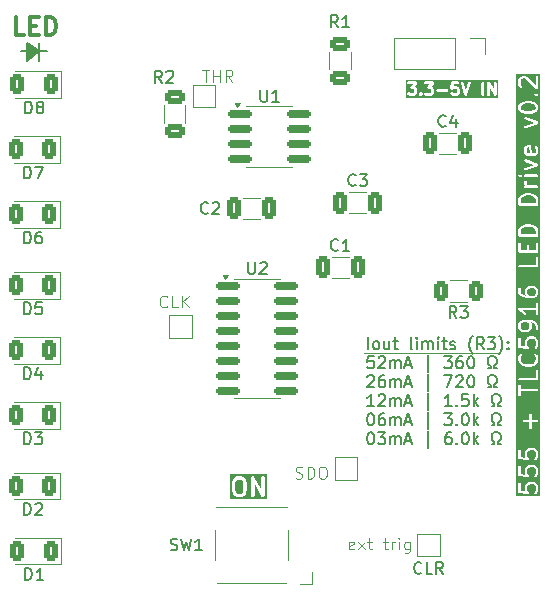
<source format=gto>
G04 #@! TF.GenerationSoftware,KiCad,Pcbnew,8.0.4*
G04 #@! TF.CreationDate,2025-01-10T10:23:46-05:00*
G04 #@! TF.ProjectId,555 Blink-a-tron SMD,35353520-426c-4696-9e6b-2d612d74726f,rev?*
G04 #@! TF.SameCoordinates,Original*
G04 #@! TF.FileFunction,Legend,Top*
G04 #@! TF.FilePolarity,Positive*
%FSLAX46Y46*%
G04 Gerber Fmt 4.6, Leading zero omitted, Abs format (unit mm)*
G04 Created by KiCad (PCBNEW 8.0.4) date 2025-01-10 10:23:46*
%MOMM*%
%LPD*%
G01*
G04 APERTURE LIST*
G04 Aperture macros list*
%AMRoundRect*
0 Rectangle with rounded corners*
0 $1 Rounding radius*
0 $2 $3 $4 $5 $6 $7 $8 $9 X,Y pos of 4 corners*
0 Add a 4 corners polygon primitive as box body*
4,1,4,$2,$3,$4,$5,$6,$7,$8,$9,$2,$3,0*
0 Add four circle primitives for the rounded corners*
1,1,$1+$1,$2,$3*
1,1,$1+$1,$4,$5*
1,1,$1+$1,$6,$7*
1,1,$1+$1,$8,$9*
0 Add four rect primitives between the rounded corners*
20,1,$1+$1,$2,$3,$4,$5,0*
20,1,$1+$1,$4,$5,$6,$7,0*
20,1,$1+$1,$6,$7,$8,$9,0*
20,1,$1+$1,$8,$9,$2,$3,0*%
G04 Aperture macros list end*
%ADD10C,0.300000*%
%ADD11C,0.200000*%
%ADD12C,0.100000*%
%ADD13C,0.250000*%
%ADD14C,0.150000*%
%ADD15C,0.120000*%
%ADD16R,1.500000X1.500000*%
%ADD17RoundRect,0.250000X0.375000X0.625000X-0.375000X0.625000X-0.375000X-0.625000X0.375000X-0.625000X0*%
%ADD18RoundRect,0.150000X-0.825000X-0.150000X0.825000X-0.150000X0.825000X0.150000X-0.825000X0.150000X0*%
%ADD19RoundRect,0.250000X-0.325000X-0.650000X0.325000X-0.650000X0.325000X0.650000X-0.325000X0.650000X0*%
%ADD20RoundRect,0.250000X0.312500X0.625000X-0.312500X0.625000X-0.312500X-0.625000X0.312500X-0.625000X0*%
%ADD21RoundRect,0.250000X0.625000X-0.312500X0.625000X0.312500X-0.625000X0.312500X-0.625000X-0.312500X0*%
%ADD22C,3.200000*%
%ADD23R,2.300000X1.400000*%
%ADD24R,1.700000X1.700000*%
%ADD25O,1.700000X1.700000*%
G04 APERTURE END LIST*
D10*
X105768796Y-52300828D02*
X105054510Y-52300828D01*
X105054510Y-52300828D02*
X105054510Y-50800828D01*
X106268796Y-51515114D02*
X106768796Y-51515114D01*
X106983082Y-52300828D02*
X106268796Y-52300828D01*
X106268796Y-52300828D02*
X106268796Y-50800828D01*
X106268796Y-50800828D02*
X106983082Y-50800828D01*
X107625939Y-52300828D02*
X107625939Y-50800828D01*
X107625939Y-50800828D02*
X107983082Y-50800828D01*
X107983082Y-50800828D02*
X108197368Y-50872257D01*
X108197368Y-50872257D02*
X108340225Y-51015114D01*
X108340225Y-51015114D02*
X108411654Y-51157971D01*
X108411654Y-51157971D02*
X108483082Y-51443685D01*
X108483082Y-51443685D02*
X108483082Y-51657971D01*
X108483082Y-51657971D02*
X108411654Y-51943685D01*
X108411654Y-51943685D02*
X108340225Y-52086542D01*
X108340225Y-52086542D02*
X108197368Y-52229400D01*
X108197368Y-52229400D02*
X107983082Y-52300828D01*
X107983082Y-52300828D02*
X107625939Y-52300828D01*
D11*
X107000000Y-53000000D02*
X107000000Y-54500000D01*
X107000000Y-53700000D02*
X106000000Y-54500000D01*
X106000000Y-53000000D01*
X107000000Y-53700000D01*
G36*
X107000000Y-53700000D02*
G01*
X106000000Y-54500000D01*
X106000000Y-53000000D01*
X107000000Y-53700000D01*
G37*
X105500000Y-53700000D02*
X107700000Y-53700000D01*
D12*
X146000000Y-79200000D02*
X134500000Y-79200000D01*
D11*
X134869673Y-78917499D02*
X134869673Y-77917499D01*
X135488720Y-78917499D02*
X135393482Y-78869880D01*
X135393482Y-78869880D02*
X135345863Y-78822260D01*
X135345863Y-78822260D02*
X135298244Y-78727022D01*
X135298244Y-78727022D02*
X135298244Y-78441308D01*
X135298244Y-78441308D02*
X135345863Y-78346070D01*
X135345863Y-78346070D02*
X135393482Y-78298451D01*
X135393482Y-78298451D02*
X135488720Y-78250832D01*
X135488720Y-78250832D02*
X135631577Y-78250832D01*
X135631577Y-78250832D02*
X135726815Y-78298451D01*
X135726815Y-78298451D02*
X135774434Y-78346070D01*
X135774434Y-78346070D02*
X135822053Y-78441308D01*
X135822053Y-78441308D02*
X135822053Y-78727022D01*
X135822053Y-78727022D02*
X135774434Y-78822260D01*
X135774434Y-78822260D02*
X135726815Y-78869880D01*
X135726815Y-78869880D02*
X135631577Y-78917499D01*
X135631577Y-78917499D02*
X135488720Y-78917499D01*
X136679196Y-78250832D02*
X136679196Y-78917499D01*
X136250625Y-78250832D02*
X136250625Y-78774641D01*
X136250625Y-78774641D02*
X136298244Y-78869880D01*
X136298244Y-78869880D02*
X136393482Y-78917499D01*
X136393482Y-78917499D02*
X136536339Y-78917499D01*
X136536339Y-78917499D02*
X136631577Y-78869880D01*
X136631577Y-78869880D02*
X136679196Y-78822260D01*
X137012530Y-78250832D02*
X137393482Y-78250832D01*
X137155387Y-77917499D02*
X137155387Y-78774641D01*
X137155387Y-78774641D02*
X137203006Y-78869880D01*
X137203006Y-78869880D02*
X137298244Y-78917499D01*
X137298244Y-78917499D02*
X137393482Y-78917499D01*
X138631578Y-78917499D02*
X138536340Y-78869880D01*
X138536340Y-78869880D02*
X138488721Y-78774641D01*
X138488721Y-78774641D02*
X138488721Y-77917499D01*
X139012531Y-78917499D02*
X139012531Y-78250832D01*
X139012531Y-77917499D02*
X138964912Y-77965118D01*
X138964912Y-77965118D02*
X139012531Y-78012737D01*
X139012531Y-78012737D02*
X139060150Y-77965118D01*
X139060150Y-77965118D02*
X139012531Y-77917499D01*
X139012531Y-77917499D02*
X139012531Y-78012737D01*
X139488721Y-78917499D02*
X139488721Y-78250832D01*
X139488721Y-78346070D02*
X139536340Y-78298451D01*
X139536340Y-78298451D02*
X139631578Y-78250832D01*
X139631578Y-78250832D02*
X139774435Y-78250832D01*
X139774435Y-78250832D02*
X139869673Y-78298451D01*
X139869673Y-78298451D02*
X139917292Y-78393689D01*
X139917292Y-78393689D02*
X139917292Y-78917499D01*
X139917292Y-78393689D02*
X139964911Y-78298451D01*
X139964911Y-78298451D02*
X140060149Y-78250832D01*
X140060149Y-78250832D02*
X140203006Y-78250832D01*
X140203006Y-78250832D02*
X140298245Y-78298451D01*
X140298245Y-78298451D02*
X140345864Y-78393689D01*
X140345864Y-78393689D02*
X140345864Y-78917499D01*
X140822054Y-78917499D02*
X140822054Y-78250832D01*
X140822054Y-77917499D02*
X140774435Y-77965118D01*
X140774435Y-77965118D02*
X140822054Y-78012737D01*
X140822054Y-78012737D02*
X140869673Y-77965118D01*
X140869673Y-77965118D02*
X140822054Y-77917499D01*
X140822054Y-77917499D02*
X140822054Y-78012737D01*
X141155387Y-78250832D02*
X141536339Y-78250832D01*
X141298244Y-77917499D02*
X141298244Y-78774641D01*
X141298244Y-78774641D02*
X141345863Y-78869880D01*
X141345863Y-78869880D02*
X141441101Y-78917499D01*
X141441101Y-78917499D02*
X141536339Y-78917499D01*
X141822054Y-78869880D02*
X141917292Y-78917499D01*
X141917292Y-78917499D02*
X142107768Y-78917499D01*
X142107768Y-78917499D02*
X142203006Y-78869880D01*
X142203006Y-78869880D02*
X142250625Y-78774641D01*
X142250625Y-78774641D02*
X142250625Y-78727022D01*
X142250625Y-78727022D02*
X142203006Y-78631784D01*
X142203006Y-78631784D02*
X142107768Y-78584165D01*
X142107768Y-78584165D02*
X141964911Y-78584165D01*
X141964911Y-78584165D02*
X141869673Y-78536546D01*
X141869673Y-78536546D02*
X141822054Y-78441308D01*
X141822054Y-78441308D02*
X141822054Y-78393689D01*
X141822054Y-78393689D02*
X141869673Y-78298451D01*
X141869673Y-78298451D02*
X141964911Y-78250832D01*
X141964911Y-78250832D02*
X142107768Y-78250832D01*
X142107768Y-78250832D02*
X142203006Y-78298451D01*
X143726816Y-79298451D02*
X143679197Y-79250832D01*
X143679197Y-79250832D02*
X143583959Y-79107975D01*
X143583959Y-79107975D02*
X143536340Y-79012737D01*
X143536340Y-79012737D02*
X143488721Y-78869880D01*
X143488721Y-78869880D02*
X143441102Y-78631784D01*
X143441102Y-78631784D02*
X143441102Y-78441308D01*
X143441102Y-78441308D02*
X143488721Y-78203213D01*
X143488721Y-78203213D02*
X143536340Y-78060356D01*
X143536340Y-78060356D02*
X143583959Y-77965118D01*
X143583959Y-77965118D02*
X143679197Y-77822260D01*
X143679197Y-77822260D02*
X143726816Y-77774641D01*
X144679197Y-78917499D02*
X144345864Y-78441308D01*
X144107769Y-78917499D02*
X144107769Y-77917499D01*
X144107769Y-77917499D02*
X144488721Y-77917499D01*
X144488721Y-77917499D02*
X144583959Y-77965118D01*
X144583959Y-77965118D02*
X144631578Y-78012737D01*
X144631578Y-78012737D02*
X144679197Y-78107975D01*
X144679197Y-78107975D02*
X144679197Y-78250832D01*
X144679197Y-78250832D02*
X144631578Y-78346070D01*
X144631578Y-78346070D02*
X144583959Y-78393689D01*
X144583959Y-78393689D02*
X144488721Y-78441308D01*
X144488721Y-78441308D02*
X144107769Y-78441308D01*
X145012531Y-77917499D02*
X145631578Y-77917499D01*
X145631578Y-77917499D02*
X145298245Y-78298451D01*
X145298245Y-78298451D02*
X145441102Y-78298451D01*
X145441102Y-78298451D02*
X145536340Y-78346070D01*
X145536340Y-78346070D02*
X145583959Y-78393689D01*
X145583959Y-78393689D02*
X145631578Y-78488927D01*
X145631578Y-78488927D02*
X145631578Y-78727022D01*
X145631578Y-78727022D02*
X145583959Y-78822260D01*
X145583959Y-78822260D02*
X145536340Y-78869880D01*
X145536340Y-78869880D02*
X145441102Y-78917499D01*
X145441102Y-78917499D02*
X145155388Y-78917499D01*
X145155388Y-78917499D02*
X145060150Y-78869880D01*
X145060150Y-78869880D02*
X145012531Y-78822260D01*
X145964912Y-79298451D02*
X146012531Y-79250832D01*
X146012531Y-79250832D02*
X146107769Y-79107975D01*
X146107769Y-79107975D02*
X146155388Y-79012737D01*
X146155388Y-79012737D02*
X146203007Y-78869880D01*
X146203007Y-78869880D02*
X146250626Y-78631784D01*
X146250626Y-78631784D02*
X146250626Y-78441308D01*
X146250626Y-78441308D02*
X146203007Y-78203213D01*
X146203007Y-78203213D02*
X146155388Y-78060356D01*
X146155388Y-78060356D02*
X146107769Y-77965118D01*
X146107769Y-77965118D02*
X146012531Y-77822260D01*
X146012531Y-77822260D02*
X145964912Y-77774641D01*
X146726817Y-78822260D02*
X146774436Y-78869880D01*
X146774436Y-78869880D02*
X146726817Y-78917499D01*
X146726817Y-78917499D02*
X146679198Y-78869880D01*
X146679198Y-78869880D02*
X146726817Y-78822260D01*
X146726817Y-78822260D02*
X146726817Y-78917499D01*
X146726817Y-78298451D02*
X146774436Y-78346070D01*
X146774436Y-78346070D02*
X146726817Y-78393689D01*
X146726817Y-78393689D02*
X146679198Y-78346070D01*
X146679198Y-78346070D02*
X146726817Y-78298451D01*
X146726817Y-78298451D02*
X146726817Y-78393689D01*
X135345863Y-79527443D02*
X134869673Y-79527443D01*
X134869673Y-79527443D02*
X134822054Y-80003633D01*
X134822054Y-80003633D02*
X134869673Y-79956014D01*
X134869673Y-79956014D02*
X134964911Y-79908395D01*
X134964911Y-79908395D02*
X135203006Y-79908395D01*
X135203006Y-79908395D02*
X135298244Y-79956014D01*
X135298244Y-79956014D02*
X135345863Y-80003633D01*
X135345863Y-80003633D02*
X135393482Y-80098871D01*
X135393482Y-80098871D02*
X135393482Y-80336966D01*
X135393482Y-80336966D02*
X135345863Y-80432204D01*
X135345863Y-80432204D02*
X135298244Y-80479824D01*
X135298244Y-80479824D02*
X135203006Y-80527443D01*
X135203006Y-80527443D02*
X134964911Y-80527443D01*
X134964911Y-80527443D02*
X134869673Y-80479824D01*
X134869673Y-80479824D02*
X134822054Y-80432204D01*
X135774435Y-79622681D02*
X135822054Y-79575062D01*
X135822054Y-79575062D02*
X135917292Y-79527443D01*
X135917292Y-79527443D02*
X136155387Y-79527443D01*
X136155387Y-79527443D02*
X136250625Y-79575062D01*
X136250625Y-79575062D02*
X136298244Y-79622681D01*
X136298244Y-79622681D02*
X136345863Y-79717919D01*
X136345863Y-79717919D02*
X136345863Y-79813157D01*
X136345863Y-79813157D02*
X136298244Y-79956014D01*
X136298244Y-79956014D02*
X135726816Y-80527443D01*
X135726816Y-80527443D02*
X136345863Y-80527443D01*
X136774435Y-80527443D02*
X136774435Y-79860776D01*
X136774435Y-79956014D02*
X136822054Y-79908395D01*
X136822054Y-79908395D02*
X136917292Y-79860776D01*
X136917292Y-79860776D02*
X137060149Y-79860776D01*
X137060149Y-79860776D02*
X137155387Y-79908395D01*
X137155387Y-79908395D02*
X137203006Y-80003633D01*
X137203006Y-80003633D02*
X137203006Y-80527443D01*
X137203006Y-80003633D02*
X137250625Y-79908395D01*
X137250625Y-79908395D02*
X137345863Y-79860776D01*
X137345863Y-79860776D02*
X137488720Y-79860776D01*
X137488720Y-79860776D02*
X137583959Y-79908395D01*
X137583959Y-79908395D02*
X137631578Y-80003633D01*
X137631578Y-80003633D02*
X137631578Y-80527443D01*
X138060149Y-80241728D02*
X138536339Y-80241728D01*
X137964911Y-80527443D02*
X138298244Y-79527443D01*
X138298244Y-79527443D02*
X138631577Y-80527443D01*
X139964911Y-80860776D02*
X139964911Y-79432204D01*
X141345864Y-79527443D02*
X141964911Y-79527443D01*
X141964911Y-79527443D02*
X141631578Y-79908395D01*
X141631578Y-79908395D02*
X141774435Y-79908395D01*
X141774435Y-79908395D02*
X141869673Y-79956014D01*
X141869673Y-79956014D02*
X141917292Y-80003633D01*
X141917292Y-80003633D02*
X141964911Y-80098871D01*
X141964911Y-80098871D02*
X141964911Y-80336966D01*
X141964911Y-80336966D02*
X141917292Y-80432204D01*
X141917292Y-80432204D02*
X141869673Y-80479824D01*
X141869673Y-80479824D02*
X141774435Y-80527443D01*
X141774435Y-80527443D02*
X141488721Y-80527443D01*
X141488721Y-80527443D02*
X141393483Y-80479824D01*
X141393483Y-80479824D02*
X141345864Y-80432204D01*
X142822054Y-79527443D02*
X142631578Y-79527443D01*
X142631578Y-79527443D02*
X142536340Y-79575062D01*
X142536340Y-79575062D02*
X142488721Y-79622681D01*
X142488721Y-79622681D02*
X142393483Y-79765538D01*
X142393483Y-79765538D02*
X142345864Y-79956014D01*
X142345864Y-79956014D02*
X142345864Y-80336966D01*
X142345864Y-80336966D02*
X142393483Y-80432204D01*
X142393483Y-80432204D02*
X142441102Y-80479824D01*
X142441102Y-80479824D02*
X142536340Y-80527443D01*
X142536340Y-80527443D02*
X142726816Y-80527443D01*
X142726816Y-80527443D02*
X142822054Y-80479824D01*
X142822054Y-80479824D02*
X142869673Y-80432204D01*
X142869673Y-80432204D02*
X142917292Y-80336966D01*
X142917292Y-80336966D02*
X142917292Y-80098871D01*
X142917292Y-80098871D02*
X142869673Y-80003633D01*
X142869673Y-80003633D02*
X142822054Y-79956014D01*
X142822054Y-79956014D02*
X142726816Y-79908395D01*
X142726816Y-79908395D02*
X142536340Y-79908395D01*
X142536340Y-79908395D02*
X142441102Y-79956014D01*
X142441102Y-79956014D02*
X142393483Y-80003633D01*
X142393483Y-80003633D02*
X142345864Y-80098871D01*
X143536340Y-79527443D02*
X143631578Y-79527443D01*
X143631578Y-79527443D02*
X143726816Y-79575062D01*
X143726816Y-79575062D02*
X143774435Y-79622681D01*
X143774435Y-79622681D02*
X143822054Y-79717919D01*
X143822054Y-79717919D02*
X143869673Y-79908395D01*
X143869673Y-79908395D02*
X143869673Y-80146490D01*
X143869673Y-80146490D02*
X143822054Y-80336966D01*
X143822054Y-80336966D02*
X143774435Y-80432204D01*
X143774435Y-80432204D02*
X143726816Y-80479824D01*
X143726816Y-80479824D02*
X143631578Y-80527443D01*
X143631578Y-80527443D02*
X143536340Y-80527443D01*
X143536340Y-80527443D02*
X143441102Y-80479824D01*
X143441102Y-80479824D02*
X143393483Y-80432204D01*
X143393483Y-80432204D02*
X143345864Y-80336966D01*
X143345864Y-80336966D02*
X143298245Y-80146490D01*
X143298245Y-80146490D02*
X143298245Y-79908395D01*
X143298245Y-79908395D02*
X143345864Y-79717919D01*
X143345864Y-79717919D02*
X143393483Y-79622681D01*
X143393483Y-79622681D02*
X143441102Y-79575062D01*
X143441102Y-79575062D02*
X143536340Y-79527443D01*
X145012531Y-80527443D02*
X145250626Y-80527443D01*
X145250626Y-80527443D02*
X145250626Y-80336966D01*
X145250626Y-80336966D02*
X145155388Y-80289347D01*
X145155388Y-80289347D02*
X145060150Y-80194109D01*
X145060150Y-80194109D02*
X145012531Y-80051252D01*
X145012531Y-80051252D02*
X145012531Y-79813157D01*
X145012531Y-79813157D02*
X145060150Y-79670300D01*
X145060150Y-79670300D02*
X145155388Y-79575062D01*
X145155388Y-79575062D02*
X145298245Y-79527443D01*
X145298245Y-79527443D02*
X145488721Y-79527443D01*
X145488721Y-79527443D02*
X145631578Y-79575062D01*
X145631578Y-79575062D02*
X145726816Y-79670300D01*
X145726816Y-79670300D02*
X145774435Y-79813157D01*
X145774435Y-79813157D02*
X145774435Y-80051252D01*
X145774435Y-80051252D02*
X145726816Y-80194109D01*
X145726816Y-80194109D02*
X145631578Y-80289347D01*
X145631578Y-80289347D02*
X145536340Y-80336966D01*
X145536340Y-80336966D02*
X145536340Y-80527443D01*
X145536340Y-80527443D02*
X145774435Y-80527443D01*
X134822054Y-81232625D02*
X134869673Y-81185006D01*
X134869673Y-81185006D02*
X134964911Y-81137387D01*
X134964911Y-81137387D02*
X135203006Y-81137387D01*
X135203006Y-81137387D02*
X135298244Y-81185006D01*
X135298244Y-81185006D02*
X135345863Y-81232625D01*
X135345863Y-81232625D02*
X135393482Y-81327863D01*
X135393482Y-81327863D02*
X135393482Y-81423101D01*
X135393482Y-81423101D02*
X135345863Y-81565958D01*
X135345863Y-81565958D02*
X134774435Y-82137387D01*
X134774435Y-82137387D02*
X135393482Y-82137387D01*
X136250625Y-81137387D02*
X136060149Y-81137387D01*
X136060149Y-81137387D02*
X135964911Y-81185006D01*
X135964911Y-81185006D02*
X135917292Y-81232625D01*
X135917292Y-81232625D02*
X135822054Y-81375482D01*
X135822054Y-81375482D02*
X135774435Y-81565958D01*
X135774435Y-81565958D02*
X135774435Y-81946910D01*
X135774435Y-81946910D02*
X135822054Y-82042148D01*
X135822054Y-82042148D02*
X135869673Y-82089768D01*
X135869673Y-82089768D02*
X135964911Y-82137387D01*
X135964911Y-82137387D02*
X136155387Y-82137387D01*
X136155387Y-82137387D02*
X136250625Y-82089768D01*
X136250625Y-82089768D02*
X136298244Y-82042148D01*
X136298244Y-82042148D02*
X136345863Y-81946910D01*
X136345863Y-81946910D02*
X136345863Y-81708815D01*
X136345863Y-81708815D02*
X136298244Y-81613577D01*
X136298244Y-81613577D02*
X136250625Y-81565958D01*
X136250625Y-81565958D02*
X136155387Y-81518339D01*
X136155387Y-81518339D02*
X135964911Y-81518339D01*
X135964911Y-81518339D02*
X135869673Y-81565958D01*
X135869673Y-81565958D02*
X135822054Y-81613577D01*
X135822054Y-81613577D02*
X135774435Y-81708815D01*
X136774435Y-82137387D02*
X136774435Y-81470720D01*
X136774435Y-81565958D02*
X136822054Y-81518339D01*
X136822054Y-81518339D02*
X136917292Y-81470720D01*
X136917292Y-81470720D02*
X137060149Y-81470720D01*
X137060149Y-81470720D02*
X137155387Y-81518339D01*
X137155387Y-81518339D02*
X137203006Y-81613577D01*
X137203006Y-81613577D02*
X137203006Y-82137387D01*
X137203006Y-81613577D02*
X137250625Y-81518339D01*
X137250625Y-81518339D02*
X137345863Y-81470720D01*
X137345863Y-81470720D02*
X137488720Y-81470720D01*
X137488720Y-81470720D02*
X137583959Y-81518339D01*
X137583959Y-81518339D02*
X137631578Y-81613577D01*
X137631578Y-81613577D02*
X137631578Y-82137387D01*
X138060149Y-81851672D02*
X138536339Y-81851672D01*
X137964911Y-82137387D02*
X138298244Y-81137387D01*
X138298244Y-81137387D02*
X138631577Y-82137387D01*
X139964911Y-82470720D02*
X139964911Y-81042148D01*
X141345864Y-81137387D02*
X142012530Y-81137387D01*
X142012530Y-81137387D02*
X141583959Y-82137387D01*
X142345864Y-81232625D02*
X142393483Y-81185006D01*
X142393483Y-81185006D02*
X142488721Y-81137387D01*
X142488721Y-81137387D02*
X142726816Y-81137387D01*
X142726816Y-81137387D02*
X142822054Y-81185006D01*
X142822054Y-81185006D02*
X142869673Y-81232625D01*
X142869673Y-81232625D02*
X142917292Y-81327863D01*
X142917292Y-81327863D02*
X142917292Y-81423101D01*
X142917292Y-81423101D02*
X142869673Y-81565958D01*
X142869673Y-81565958D02*
X142298245Y-82137387D01*
X142298245Y-82137387D02*
X142917292Y-82137387D01*
X143536340Y-81137387D02*
X143631578Y-81137387D01*
X143631578Y-81137387D02*
X143726816Y-81185006D01*
X143726816Y-81185006D02*
X143774435Y-81232625D01*
X143774435Y-81232625D02*
X143822054Y-81327863D01*
X143822054Y-81327863D02*
X143869673Y-81518339D01*
X143869673Y-81518339D02*
X143869673Y-81756434D01*
X143869673Y-81756434D02*
X143822054Y-81946910D01*
X143822054Y-81946910D02*
X143774435Y-82042148D01*
X143774435Y-82042148D02*
X143726816Y-82089768D01*
X143726816Y-82089768D02*
X143631578Y-82137387D01*
X143631578Y-82137387D02*
X143536340Y-82137387D01*
X143536340Y-82137387D02*
X143441102Y-82089768D01*
X143441102Y-82089768D02*
X143393483Y-82042148D01*
X143393483Y-82042148D02*
X143345864Y-81946910D01*
X143345864Y-81946910D02*
X143298245Y-81756434D01*
X143298245Y-81756434D02*
X143298245Y-81518339D01*
X143298245Y-81518339D02*
X143345864Y-81327863D01*
X143345864Y-81327863D02*
X143393483Y-81232625D01*
X143393483Y-81232625D02*
X143441102Y-81185006D01*
X143441102Y-81185006D02*
X143536340Y-81137387D01*
X145012531Y-82137387D02*
X145250626Y-82137387D01*
X145250626Y-82137387D02*
X145250626Y-81946910D01*
X145250626Y-81946910D02*
X145155388Y-81899291D01*
X145155388Y-81899291D02*
X145060150Y-81804053D01*
X145060150Y-81804053D02*
X145012531Y-81661196D01*
X145012531Y-81661196D02*
X145012531Y-81423101D01*
X145012531Y-81423101D02*
X145060150Y-81280244D01*
X145060150Y-81280244D02*
X145155388Y-81185006D01*
X145155388Y-81185006D02*
X145298245Y-81137387D01*
X145298245Y-81137387D02*
X145488721Y-81137387D01*
X145488721Y-81137387D02*
X145631578Y-81185006D01*
X145631578Y-81185006D02*
X145726816Y-81280244D01*
X145726816Y-81280244D02*
X145774435Y-81423101D01*
X145774435Y-81423101D02*
X145774435Y-81661196D01*
X145774435Y-81661196D02*
X145726816Y-81804053D01*
X145726816Y-81804053D02*
X145631578Y-81899291D01*
X145631578Y-81899291D02*
X145536340Y-81946910D01*
X145536340Y-81946910D02*
X145536340Y-82137387D01*
X145536340Y-82137387D02*
X145774435Y-82137387D01*
X135393482Y-83747331D02*
X134822054Y-83747331D01*
X135107768Y-83747331D02*
X135107768Y-82747331D01*
X135107768Y-82747331D02*
X135012530Y-82890188D01*
X135012530Y-82890188D02*
X134917292Y-82985426D01*
X134917292Y-82985426D02*
X134822054Y-83033045D01*
X135774435Y-82842569D02*
X135822054Y-82794950D01*
X135822054Y-82794950D02*
X135917292Y-82747331D01*
X135917292Y-82747331D02*
X136155387Y-82747331D01*
X136155387Y-82747331D02*
X136250625Y-82794950D01*
X136250625Y-82794950D02*
X136298244Y-82842569D01*
X136298244Y-82842569D02*
X136345863Y-82937807D01*
X136345863Y-82937807D02*
X136345863Y-83033045D01*
X136345863Y-83033045D02*
X136298244Y-83175902D01*
X136298244Y-83175902D02*
X135726816Y-83747331D01*
X135726816Y-83747331D02*
X136345863Y-83747331D01*
X136774435Y-83747331D02*
X136774435Y-83080664D01*
X136774435Y-83175902D02*
X136822054Y-83128283D01*
X136822054Y-83128283D02*
X136917292Y-83080664D01*
X136917292Y-83080664D02*
X137060149Y-83080664D01*
X137060149Y-83080664D02*
X137155387Y-83128283D01*
X137155387Y-83128283D02*
X137203006Y-83223521D01*
X137203006Y-83223521D02*
X137203006Y-83747331D01*
X137203006Y-83223521D02*
X137250625Y-83128283D01*
X137250625Y-83128283D02*
X137345863Y-83080664D01*
X137345863Y-83080664D02*
X137488720Y-83080664D01*
X137488720Y-83080664D02*
X137583959Y-83128283D01*
X137583959Y-83128283D02*
X137631578Y-83223521D01*
X137631578Y-83223521D02*
X137631578Y-83747331D01*
X138060149Y-83461616D02*
X138536339Y-83461616D01*
X137964911Y-83747331D02*
X138298244Y-82747331D01*
X138298244Y-82747331D02*
X138631577Y-83747331D01*
X139964911Y-84080664D02*
X139964911Y-82652092D01*
X141964911Y-83747331D02*
X141393483Y-83747331D01*
X141679197Y-83747331D02*
X141679197Y-82747331D01*
X141679197Y-82747331D02*
X141583959Y-82890188D01*
X141583959Y-82890188D02*
X141488721Y-82985426D01*
X141488721Y-82985426D02*
X141393483Y-83033045D01*
X142393483Y-83652092D02*
X142441102Y-83699712D01*
X142441102Y-83699712D02*
X142393483Y-83747331D01*
X142393483Y-83747331D02*
X142345864Y-83699712D01*
X142345864Y-83699712D02*
X142393483Y-83652092D01*
X142393483Y-83652092D02*
X142393483Y-83747331D01*
X143345863Y-82747331D02*
X142869673Y-82747331D01*
X142869673Y-82747331D02*
X142822054Y-83223521D01*
X142822054Y-83223521D02*
X142869673Y-83175902D01*
X142869673Y-83175902D02*
X142964911Y-83128283D01*
X142964911Y-83128283D02*
X143203006Y-83128283D01*
X143203006Y-83128283D02*
X143298244Y-83175902D01*
X143298244Y-83175902D02*
X143345863Y-83223521D01*
X143345863Y-83223521D02*
X143393482Y-83318759D01*
X143393482Y-83318759D02*
X143393482Y-83556854D01*
X143393482Y-83556854D02*
X143345863Y-83652092D01*
X143345863Y-83652092D02*
X143298244Y-83699712D01*
X143298244Y-83699712D02*
X143203006Y-83747331D01*
X143203006Y-83747331D02*
X142964911Y-83747331D01*
X142964911Y-83747331D02*
X142869673Y-83699712D01*
X142869673Y-83699712D02*
X142822054Y-83652092D01*
X143822054Y-83747331D02*
X143822054Y-82747331D01*
X143917292Y-83366378D02*
X144203006Y-83747331D01*
X144203006Y-83080664D02*
X143822054Y-83461616D01*
X145345864Y-83747331D02*
X145583959Y-83747331D01*
X145583959Y-83747331D02*
X145583959Y-83556854D01*
X145583959Y-83556854D02*
X145488721Y-83509235D01*
X145488721Y-83509235D02*
X145393483Y-83413997D01*
X145393483Y-83413997D02*
X145345864Y-83271140D01*
X145345864Y-83271140D02*
X145345864Y-83033045D01*
X145345864Y-83033045D02*
X145393483Y-82890188D01*
X145393483Y-82890188D02*
X145488721Y-82794950D01*
X145488721Y-82794950D02*
X145631578Y-82747331D01*
X145631578Y-82747331D02*
X145822054Y-82747331D01*
X145822054Y-82747331D02*
X145964911Y-82794950D01*
X145964911Y-82794950D02*
X146060149Y-82890188D01*
X146060149Y-82890188D02*
X146107768Y-83033045D01*
X146107768Y-83033045D02*
X146107768Y-83271140D01*
X146107768Y-83271140D02*
X146060149Y-83413997D01*
X146060149Y-83413997D02*
X145964911Y-83509235D01*
X145964911Y-83509235D02*
X145869673Y-83556854D01*
X145869673Y-83556854D02*
X145869673Y-83747331D01*
X145869673Y-83747331D02*
X146107768Y-83747331D01*
X135060149Y-84357275D02*
X135155387Y-84357275D01*
X135155387Y-84357275D02*
X135250625Y-84404894D01*
X135250625Y-84404894D02*
X135298244Y-84452513D01*
X135298244Y-84452513D02*
X135345863Y-84547751D01*
X135345863Y-84547751D02*
X135393482Y-84738227D01*
X135393482Y-84738227D02*
X135393482Y-84976322D01*
X135393482Y-84976322D02*
X135345863Y-85166798D01*
X135345863Y-85166798D02*
X135298244Y-85262036D01*
X135298244Y-85262036D02*
X135250625Y-85309656D01*
X135250625Y-85309656D02*
X135155387Y-85357275D01*
X135155387Y-85357275D02*
X135060149Y-85357275D01*
X135060149Y-85357275D02*
X134964911Y-85309656D01*
X134964911Y-85309656D02*
X134917292Y-85262036D01*
X134917292Y-85262036D02*
X134869673Y-85166798D01*
X134869673Y-85166798D02*
X134822054Y-84976322D01*
X134822054Y-84976322D02*
X134822054Y-84738227D01*
X134822054Y-84738227D02*
X134869673Y-84547751D01*
X134869673Y-84547751D02*
X134917292Y-84452513D01*
X134917292Y-84452513D02*
X134964911Y-84404894D01*
X134964911Y-84404894D02*
X135060149Y-84357275D01*
X136250625Y-84357275D02*
X136060149Y-84357275D01*
X136060149Y-84357275D02*
X135964911Y-84404894D01*
X135964911Y-84404894D02*
X135917292Y-84452513D01*
X135917292Y-84452513D02*
X135822054Y-84595370D01*
X135822054Y-84595370D02*
X135774435Y-84785846D01*
X135774435Y-84785846D02*
X135774435Y-85166798D01*
X135774435Y-85166798D02*
X135822054Y-85262036D01*
X135822054Y-85262036D02*
X135869673Y-85309656D01*
X135869673Y-85309656D02*
X135964911Y-85357275D01*
X135964911Y-85357275D02*
X136155387Y-85357275D01*
X136155387Y-85357275D02*
X136250625Y-85309656D01*
X136250625Y-85309656D02*
X136298244Y-85262036D01*
X136298244Y-85262036D02*
X136345863Y-85166798D01*
X136345863Y-85166798D02*
X136345863Y-84928703D01*
X136345863Y-84928703D02*
X136298244Y-84833465D01*
X136298244Y-84833465D02*
X136250625Y-84785846D01*
X136250625Y-84785846D02*
X136155387Y-84738227D01*
X136155387Y-84738227D02*
X135964911Y-84738227D01*
X135964911Y-84738227D02*
X135869673Y-84785846D01*
X135869673Y-84785846D02*
X135822054Y-84833465D01*
X135822054Y-84833465D02*
X135774435Y-84928703D01*
X136774435Y-85357275D02*
X136774435Y-84690608D01*
X136774435Y-84785846D02*
X136822054Y-84738227D01*
X136822054Y-84738227D02*
X136917292Y-84690608D01*
X136917292Y-84690608D02*
X137060149Y-84690608D01*
X137060149Y-84690608D02*
X137155387Y-84738227D01*
X137155387Y-84738227D02*
X137203006Y-84833465D01*
X137203006Y-84833465D02*
X137203006Y-85357275D01*
X137203006Y-84833465D02*
X137250625Y-84738227D01*
X137250625Y-84738227D02*
X137345863Y-84690608D01*
X137345863Y-84690608D02*
X137488720Y-84690608D01*
X137488720Y-84690608D02*
X137583959Y-84738227D01*
X137583959Y-84738227D02*
X137631578Y-84833465D01*
X137631578Y-84833465D02*
X137631578Y-85357275D01*
X138060149Y-85071560D02*
X138536339Y-85071560D01*
X137964911Y-85357275D02*
X138298244Y-84357275D01*
X138298244Y-84357275D02*
X138631577Y-85357275D01*
X139964911Y-85690608D02*
X139964911Y-84262036D01*
X141345864Y-84357275D02*
X141964911Y-84357275D01*
X141964911Y-84357275D02*
X141631578Y-84738227D01*
X141631578Y-84738227D02*
X141774435Y-84738227D01*
X141774435Y-84738227D02*
X141869673Y-84785846D01*
X141869673Y-84785846D02*
X141917292Y-84833465D01*
X141917292Y-84833465D02*
X141964911Y-84928703D01*
X141964911Y-84928703D02*
X141964911Y-85166798D01*
X141964911Y-85166798D02*
X141917292Y-85262036D01*
X141917292Y-85262036D02*
X141869673Y-85309656D01*
X141869673Y-85309656D02*
X141774435Y-85357275D01*
X141774435Y-85357275D02*
X141488721Y-85357275D01*
X141488721Y-85357275D02*
X141393483Y-85309656D01*
X141393483Y-85309656D02*
X141345864Y-85262036D01*
X142393483Y-85262036D02*
X142441102Y-85309656D01*
X142441102Y-85309656D02*
X142393483Y-85357275D01*
X142393483Y-85357275D02*
X142345864Y-85309656D01*
X142345864Y-85309656D02*
X142393483Y-85262036D01*
X142393483Y-85262036D02*
X142393483Y-85357275D01*
X143060149Y-84357275D02*
X143155387Y-84357275D01*
X143155387Y-84357275D02*
X143250625Y-84404894D01*
X143250625Y-84404894D02*
X143298244Y-84452513D01*
X143298244Y-84452513D02*
X143345863Y-84547751D01*
X143345863Y-84547751D02*
X143393482Y-84738227D01*
X143393482Y-84738227D02*
X143393482Y-84976322D01*
X143393482Y-84976322D02*
X143345863Y-85166798D01*
X143345863Y-85166798D02*
X143298244Y-85262036D01*
X143298244Y-85262036D02*
X143250625Y-85309656D01*
X143250625Y-85309656D02*
X143155387Y-85357275D01*
X143155387Y-85357275D02*
X143060149Y-85357275D01*
X143060149Y-85357275D02*
X142964911Y-85309656D01*
X142964911Y-85309656D02*
X142917292Y-85262036D01*
X142917292Y-85262036D02*
X142869673Y-85166798D01*
X142869673Y-85166798D02*
X142822054Y-84976322D01*
X142822054Y-84976322D02*
X142822054Y-84738227D01*
X142822054Y-84738227D02*
X142869673Y-84547751D01*
X142869673Y-84547751D02*
X142917292Y-84452513D01*
X142917292Y-84452513D02*
X142964911Y-84404894D01*
X142964911Y-84404894D02*
X143060149Y-84357275D01*
X143822054Y-85357275D02*
X143822054Y-84357275D01*
X143917292Y-84976322D02*
X144203006Y-85357275D01*
X144203006Y-84690608D02*
X143822054Y-85071560D01*
X145345864Y-85357275D02*
X145583959Y-85357275D01*
X145583959Y-85357275D02*
X145583959Y-85166798D01*
X145583959Y-85166798D02*
X145488721Y-85119179D01*
X145488721Y-85119179D02*
X145393483Y-85023941D01*
X145393483Y-85023941D02*
X145345864Y-84881084D01*
X145345864Y-84881084D02*
X145345864Y-84642989D01*
X145345864Y-84642989D02*
X145393483Y-84500132D01*
X145393483Y-84500132D02*
X145488721Y-84404894D01*
X145488721Y-84404894D02*
X145631578Y-84357275D01*
X145631578Y-84357275D02*
X145822054Y-84357275D01*
X145822054Y-84357275D02*
X145964911Y-84404894D01*
X145964911Y-84404894D02*
X146060149Y-84500132D01*
X146060149Y-84500132D02*
X146107768Y-84642989D01*
X146107768Y-84642989D02*
X146107768Y-84881084D01*
X146107768Y-84881084D02*
X146060149Y-85023941D01*
X146060149Y-85023941D02*
X145964911Y-85119179D01*
X145964911Y-85119179D02*
X145869673Y-85166798D01*
X145869673Y-85166798D02*
X145869673Y-85357275D01*
X145869673Y-85357275D02*
X146107768Y-85357275D01*
X135060149Y-85967219D02*
X135155387Y-85967219D01*
X135155387Y-85967219D02*
X135250625Y-86014838D01*
X135250625Y-86014838D02*
X135298244Y-86062457D01*
X135298244Y-86062457D02*
X135345863Y-86157695D01*
X135345863Y-86157695D02*
X135393482Y-86348171D01*
X135393482Y-86348171D02*
X135393482Y-86586266D01*
X135393482Y-86586266D02*
X135345863Y-86776742D01*
X135345863Y-86776742D02*
X135298244Y-86871980D01*
X135298244Y-86871980D02*
X135250625Y-86919600D01*
X135250625Y-86919600D02*
X135155387Y-86967219D01*
X135155387Y-86967219D02*
X135060149Y-86967219D01*
X135060149Y-86967219D02*
X134964911Y-86919600D01*
X134964911Y-86919600D02*
X134917292Y-86871980D01*
X134917292Y-86871980D02*
X134869673Y-86776742D01*
X134869673Y-86776742D02*
X134822054Y-86586266D01*
X134822054Y-86586266D02*
X134822054Y-86348171D01*
X134822054Y-86348171D02*
X134869673Y-86157695D01*
X134869673Y-86157695D02*
X134917292Y-86062457D01*
X134917292Y-86062457D02*
X134964911Y-86014838D01*
X134964911Y-86014838D02*
X135060149Y-85967219D01*
X135726816Y-85967219D02*
X136345863Y-85967219D01*
X136345863Y-85967219D02*
X136012530Y-86348171D01*
X136012530Y-86348171D02*
X136155387Y-86348171D01*
X136155387Y-86348171D02*
X136250625Y-86395790D01*
X136250625Y-86395790D02*
X136298244Y-86443409D01*
X136298244Y-86443409D02*
X136345863Y-86538647D01*
X136345863Y-86538647D02*
X136345863Y-86776742D01*
X136345863Y-86776742D02*
X136298244Y-86871980D01*
X136298244Y-86871980D02*
X136250625Y-86919600D01*
X136250625Y-86919600D02*
X136155387Y-86967219D01*
X136155387Y-86967219D02*
X135869673Y-86967219D01*
X135869673Y-86967219D02*
X135774435Y-86919600D01*
X135774435Y-86919600D02*
X135726816Y-86871980D01*
X136774435Y-86967219D02*
X136774435Y-86300552D01*
X136774435Y-86395790D02*
X136822054Y-86348171D01*
X136822054Y-86348171D02*
X136917292Y-86300552D01*
X136917292Y-86300552D02*
X137060149Y-86300552D01*
X137060149Y-86300552D02*
X137155387Y-86348171D01*
X137155387Y-86348171D02*
X137203006Y-86443409D01*
X137203006Y-86443409D02*
X137203006Y-86967219D01*
X137203006Y-86443409D02*
X137250625Y-86348171D01*
X137250625Y-86348171D02*
X137345863Y-86300552D01*
X137345863Y-86300552D02*
X137488720Y-86300552D01*
X137488720Y-86300552D02*
X137583959Y-86348171D01*
X137583959Y-86348171D02*
X137631578Y-86443409D01*
X137631578Y-86443409D02*
X137631578Y-86967219D01*
X138060149Y-86681504D02*
X138536339Y-86681504D01*
X137964911Y-86967219D02*
X138298244Y-85967219D01*
X138298244Y-85967219D02*
X138631577Y-86967219D01*
X139964911Y-87300552D02*
X139964911Y-85871980D01*
X141869673Y-85967219D02*
X141679197Y-85967219D01*
X141679197Y-85967219D02*
X141583959Y-86014838D01*
X141583959Y-86014838D02*
X141536340Y-86062457D01*
X141536340Y-86062457D02*
X141441102Y-86205314D01*
X141441102Y-86205314D02*
X141393483Y-86395790D01*
X141393483Y-86395790D02*
X141393483Y-86776742D01*
X141393483Y-86776742D02*
X141441102Y-86871980D01*
X141441102Y-86871980D02*
X141488721Y-86919600D01*
X141488721Y-86919600D02*
X141583959Y-86967219D01*
X141583959Y-86967219D02*
X141774435Y-86967219D01*
X141774435Y-86967219D02*
X141869673Y-86919600D01*
X141869673Y-86919600D02*
X141917292Y-86871980D01*
X141917292Y-86871980D02*
X141964911Y-86776742D01*
X141964911Y-86776742D02*
X141964911Y-86538647D01*
X141964911Y-86538647D02*
X141917292Y-86443409D01*
X141917292Y-86443409D02*
X141869673Y-86395790D01*
X141869673Y-86395790D02*
X141774435Y-86348171D01*
X141774435Y-86348171D02*
X141583959Y-86348171D01*
X141583959Y-86348171D02*
X141488721Y-86395790D01*
X141488721Y-86395790D02*
X141441102Y-86443409D01*
X141441102Y-86443409D02*
X141393483Y-86538647D01*
X142393483Y-86871980D02*
X142441102Y-86919600D01*
X142441102Y-86919600D02*
X142393483Y-86967219D01*
X142393483Y-86967219D02*
X142345864Y-86919600D01*
X142345864Y-86919600D02*
X142393483Y-86871980D01*
X142393483Y-86871980D02*
X142393483Y-86967219D01*
X143060149Y-85967219D02*
X143155387Y-85967219D01*
X143155387Y-85967219D02*
X143250625Y-86014838D01*
X143250625Y-86014838D02*
X143298244Y-86062457D01*
X143298244Y-86062457D02*
X143345863Y-86157695D01*
X143345863Y-86157695D02*
X143393482Y-86348171D01*
X143393482Y-86348171D02*
X143393482Y-86586266D01*
X143393482Y-86586266D02*
X143345863Y-86776742D01*
X143345863Y-86776742D02*
X143298244Y-86871980D01*
X143298244Y-86871980D02*
X143250625Y-86919600D01*
X143250625Y-86919600D02*
X143155387Y-86967219D01*
X143155387Y-86967219D02*
X143060149Y-86967219D01*
X143060149Y-86967219D02*
X142964911Y-86919600D01*
X142964911Y-86919600D02*
X142917292Y-86871980D01*
X142917292Y-86871980D02*
X142869673Y-86776742D01*
X142869673Y-86776742D02*
X142822054Y-86586266D01*
X142822054Y-86586266D02*
X142822054Y-86348171D01*
X142822054Y-86348171D02*
X142869673Y-86157695D01*
X142869673Y-86157695D02*
X142917292Y-86062457D01*
X142917292Y-86062457D02*
X142964911Y-86014838D01*
X142964911Y-86014838D02*
X143060149Y-85967219D01*
X143822054Y-86967219D02*
X143822054Y-85967219D01*
X143917292Y-86586266D02*
X144203006Y-86967219D01*
X144203006Y-86300552D02*
X143822054Y-86681504D01*
X145345864Y-86967219D02*
X145583959Y-86967219D01*
X145583959Y-86967219D02*
X145583959Y-86776742D01*
X145583959Y-86776742D02*
X145488721Y-86729123D01*
X145488721Y-86729123D02*
X145393483Y-86633885D01*
X145393483Y-86633885D02*
X145345864Y-86491028D01*
X145345864Y-86491028D02*
X145345864Y-86252933D01*
X145345864Y-86252933D02*
X145393483Y-86110076D01*
X145393483Y-86110076D02*
X145488721Y-86014838D01*
X145488721Y-86014838D02*
X145631578Y-85967219D01*
X145631578Y-85967219D02*
X145822054Y-85967219D01*
X145822054Y-85967219D02*
X145964911Y-86014838D01*
X145964911Y-86014838D02*
X146060149Y-86110076D01*
X146060149Y-86110076D02*
X146107768Y-86252933D01*
X146107768Y-86252933D02*
X146107768Y-86491028D01*
X146107768Y-86491028D02*
X146060149Y-86633885D01*
X146060149Y-86633885D02*
X145964911Y-86729123D01*
X145964911Y-86729123D02*
X145869673Y-86776742D01*
X145869673Y-86776742D02*
X145869673Y-86967219D01*
X145869673Y-86967219D02*
X146107768Y-86967219D01*
D12*
X120861027Y-55272419D02*
X121432455Y-55272419D01*
X121146741Y-56272419D02*
X121146741Y-55272419D01*
X121765789Y-56272419D02*
X121765789Y-55272419D01*
X121765789Y-55748609D02*
X122337217Y-55748609D01*
X122337217Y-56272419D02*
X122337217Y-55272419D01*
X123384836Y-56272419D02*
X123051503Y-55796228D01*
X122813408Y-56272419D02*
X122813408Y-55272419D01*
X122813408Y-55272419D02*
X123194360Y-55272419D01*
X123194360Y-55272419D02*
X123289598Y-55320038D01*
X123289598Y-55320038D02*
X123337217Y-55367657D01*
X123337217Y-55367657D02*
X123384836Y-55462895D01*
X123384836Y-55462895D02*
X123384836Y-55605752D01*
X123384836Y-55605752D02*
X123337217Y-55700990D01*
X123337217Y-55700990D02*
X123289598Y-55748609D01*
X123289598Y-55748609D02*
X123194360Y-55796228D01*
X123194360Y-55796228D02*
X122813408Y-55796228D01*
X133684836Y-95824800D02*
X133589598Y-95872419D01*
X133589598Y-95872419D02*
X133399122Y-95872419D01*
X133399122Y-95872419D02*
X133303884Y-95824800D01*
X133303884Y-95824800D02*
X133256265Y-95729561D01*
X133256265Y-95729561D02*
X133256265Y-95348609D01*
X133256265Y-95348609D02*
X133303884Y-95253371D01*
X133303884Y-95253371D02*
X133399122Y-95205752D01*
X133399122Y-95205752D02*
X133589598Y-95205752D01*
X133589598Y-95205752D02*
X133684836Y-95253371D01*
X133684836Y-95253371D02*
X133732455Y-95348609D01*
X133732455Y-95348609D02*
X133732455Y-95443847D01*
X133732455Y-95443847D02*
X133256265Y-95539085D01*
X134065789Y-95872419D02*
X134589598Y-95205752D01*
X134065789Y-95205752D02*
X134589598Y-95872419D01*
X134827694Y-95205752D02*
X135208646Y-95205752D01*
X134970551Y-94872419D02*
X134970551Y-95729561D01*
X134970551Y-95729561D02*
X135018170Y-95824800D01*
X135018170Y-95824800D02*
X135113408Y-95872419D01*
X135113408Y-95872419D02*
X135208646Y-95872419D01*
X136161028Y-95205752D02*
X136541980Y-95205752D01*
X136303885Y-94872419D02*
X136303885Y-95729561D01*
X136303885Y-95729561D02*
X136351504Y-95824800D01*
X136351504Y-95824800D02*
X136446742Y-95872419D01*
X136446742Y-95872419D02*
X136541980Y-95872419D01*
X136875314Y-95872419D02*
X136875314Y-95205752D01*
X136875314Y-95396228D02*
X136922933Y-95300990D01*
X136922933Y-95300990D02*
X136970552Y-95253371D01*
X136970552Y-95253371D02*
X137065790Y-95205752D01*
X137065790Y-95205752D02*
X137161028Y-95205752D01*
X137494362Y-95872419D02*
X137494362Y-95205752D01*
X137494362Y-94872419D02*
X137446743Y-94920038D01*
X137446743Y-94920038D02*
X137494362Y-94967657D01*
X137494362Y-94967657D02*
X137541981Y-94920038D01*
X137541981Y-94920038D02*
X137494362Y-94872419D01*
X137494362Y-94872419D02*
X137494362Y-94967657D01*
X138399123Y-95205752D02*
X138399123Y-96015276D01*
X138399123Y-96015276D02*
X138351504Y-96110514D01*
X138351504Y-96110514D02*
X138303885Y-96158133D01*
X138303885Y-96158133D02*
X138208647Y-96205752D01*
X138208647Y-96205752D02*
X138065790Y-96205752D01*
X138065790Y-96205752D02*
X137970552Y-96158133D01*
X138399123Y-95824800D02*
X138303885Y-95872419D01*
X138303885Y-95872419D02*
X138113409Y-95872419D01*
X138113409Y-95872419D02*
X138018171Y-95824800D01*
X138018171Y-95824800D02*
X137970552Y-95777180D01*
X137970552Y-95777180D02*
X137922933Y-95681942D01*
X137922933Y-95681942D02*
X137922933Y-95396228D01*
X137922933Y-95396228D02*
X137970552Y-95300990D01*
X137970552Y-95300990D02*
X138018171Y-95253371D01*
X138018171Y-95253371D02*
X138113409Y-95205752D01*
X138113409Y-95205752D02*
X138303885Y-95205752D01*
X138303885Y-95205752D02*
X138399123Y-95253371D01*
X128756265Y-89824800D02*
X128899122Y-89872419D01*
X128899122Y-89872419D02*
X129137217Y-89872419D01*
X129137217Y-89872419D02*
X129232455Y-89824800D01*
X129232455Y-89824800D02*
X129280074Y-89777180D01*
X129280074Y-89777180D02*
X129327693Y-89681942D01*
X129327693Y-89681942D02*
X129327693Y-89586704D01*
X129327693Y-89586704D02*
X129280074Y-89491466D01*
X129280074Y-89491466D02*
X129232455Y-89443847D01*
X129232455Y-89443847D02*
X129137217Y-89396228D01*
X129137217Y-89396228D02*
X128946741Y-89348609D01*
X128946741Y-89348609D02*
X128851503Y-89300990D01*
X128851503Y-89300990D02*
X128803884Y-89253371D01*
X128803884Y-89253371D02*
X128756265Y-89158133D01*
X128756265Y-89158133D02*
X128756265Y-89062895D01*
X128756265Y-89062895D02*
X128803884Y-88967657D01*
X128803884Y-88967657D02*
X128851503Y-88920038D01*
X128851503Y-88920038D02*
X128946741Y-88872419D01*
X128946741Y-88872419D02*
X129184836Y-88872419D01*
X129184836Y-88872419D02*
X129327693Y-88920038D01*
X129756265Y-89872419D02*
X129756265Y-88872419D01*
X129756265Y-88872419D02*
X129994360Y-88872419D01*
X129994360Y-88872419D02*
X130137217Y-88920038D01*
X130137217Y-88920038D02*
X130232455Y-89015276D01*
X130232455Y-89015276D02*
X130280074Y-89110514D01*
X130280074Y-89110514D02*
X130327693Y-89300990D01*
X130327693Y-89300990D02*
X130327693Y-89443847D01*
X130327693Y-89443847D02*
X130280074Y-89634323D01*
X130280074Y-89634323D02*
X130232455Y-89729561D01*
X130232455Y-89729561D02*
X130137217Y-89824800D01*
X130137217Y-89824800D02*
X129994360Y-89872419D01*
X129994360Y-89872419D02*
X129756265Y-89872419D01*
X130946741Y-88872419D02*
X131137217Y-88872419D01*
X131137217Y-88872419D02*
X131232455Y-88920038D01*
X131232455Y-88920038D02*
X131327693Y-89015276D01*
X131327693Y-89015276D02*
X131375312Y-89205752D01*
X131375312Y-89205752D02*
X131375312Y-89539085D01*
X131375312Y-89539085D02*
X131327693Y-89729561D01*
X131327693Y-89729561D02*
X131232455Y-89824800D01*
X131232455Y-89824800D02*
X131137217Y-89872419D01*
X131137217Y-89872419D02*
X130946741Y-89872419D01*
X130946741Y-89872419D02*
X130851503Y-89824800D01*
X130851503Y-89824800D02*
X130756265Y-89729561D01*
X130756265Y-89729561D02*
X130708646Y-89539085D01*
X130708646Y-89539085D02*
X130708646Y-89205752D01*
X130708646Y-89205752D02*
X130756265Y-89015276D01*
X130756265Y-89015276D02*
X130851503Y-88920038D01*
X130851503Y-88920038D02*
X130946741Y-88872419D01*
D10*
G36*
X124179942Y-89995535D02*
G01*
X124276208Y-90091801D01*
X124333082Y-90319292D01*
X124333082Y-90782363D01*
X124276208Y-91009854D01*
X124179941Y-91106122D01*
X124090529Y-91150828D01*
X123875635Y-91150828D01*
X123786221Y-91106121D01*
X123689954Y-91009854D01*
X123633082Y-90782364D01*
X123633082Y-90319291D01*
X123689954Y-90091802D01*
X123786221Y-89995534D01*
X123875635Y-89950828D01*
X124090529Y-89950828D01*
X124179942Y-89995535D01*
G37*
G36*
X126299749Y-91617495D02*
G01*
X123166415Y-91617495D01*
X123166415Y-90300828D01*
X123333082Y-90300828D01*
X123333082Y-90800828D01*
X123333584Y-90805931D01*
X123333259Y-90808119D01*
X123334878Y-90819069D01*
X123335964Y-90830092D01*
X123336811Y-90832136D01*
X123337561Y-90837208D01*
X123408989Y-91122922D01*
X123418882Y-91150613D01*
X123425521Y-91159573D01*
X123429789Y-91169877D01*
X123448444Y-91192608D01*
X123591302Y-91335466D01*
X123602806Y-91344907D01*
X123605401Y-91347899D01*
X123609910Y-91350737D01*
X123614033Y-91354121D01*
X123617694Y-91355637D01*
X123630286Y-91363564D01*
X123773144Y-91434992D01*
X123800607Y-91445502D01*
X123805982Y-91445883D01*
X123810961Y-91447946D01*
X123840225Y-91450828D01*
X124125939Y-91450828D01*
X124155203Y-91447946D01*
X124160181Y-91445883D01*
X124165557Y-91445502D01*
X124193021Y-91434992D01*
X124335878Y-91363564D01*
X124348469Y-91355637D01*
X124352132Y-91354121D01*
X124356254Y-91350737D01*
X124360764Y-91347899D01*
X124363359Y-91344906D01*
X124374862Y-91335466D01*
X124517719Y-91192608D01*
X124536374Y-91169877D01*
X124540640Y-91159575D01*
X124547281Y-91150614D01*
X124557174Y-91122923D01*
X124628603Y-90837209D01*
X124629353Y-90832136D01*
X124630200Y-90830092D01*
X124631285Y-90819072D01*
X124632905Y-90808120D01*
X124632579Y-90805931D01*
X124633082Y-90800828D01*
X124633082Y-90300828D01*
X124632579Y-90295724D01*
X124632905Y-90293536D01*
X124631285Y-90282583D01*
X124630200Y-90271564D01*
X124629353Y-90269519D01*
X124628603Y-90264447D01*
X124557174Y-89978733D01*
X124547281Y-89951042D01*
X124540641Y-89942081D01*
X124536374Y-89931778D01*
X124517719Y-89909048D01*
X124409499Y-89800828D01*
X124975939Y-89800828D01*
X124975939Y-91300828D01*
X124978821Y-91330092D01*
X125001219Y-91384164D01*
X125042603Y-91425548D01*
X125096675Y-91447946D01*
X125155203Y-91447946D01*
X125209275Y-91425548D01*
X125250659Y-91384164D01*
X125273057Y-91330092D01*
X125275939Y-91300828D01*
X125275939Y-90365661D01*
X125852846Y-91375249D01*
X125857223Y-91381416D01*
X125858362Y-91384164D01*
X125861161Y-91386963D01*
X125869867Y-91399227D01*
X125885640Y-91411442D01*
X125899746Y-91425548D01*
X125908579Y-91429206D01*
X125916141Y-91435063D01*
X125935389Y-91440312D01*
X125953818Y-91447946D01*
X125963380Y-91447946D01*
X125972605Y-91450462D01*
X125992396Y-91447946D01*
X126012346Y-91447946D01*
X126021179Y-91444286D01*
X126030665Y-91443081D01*
X126047987Y-91433182D01*
X126066418Y-91425548D01*
X126073178Y-91418787D01*
X126081481Y-91414043D01*
X126093694Y-91398271D01*
X126107802Y-91384164D01*
X126111461Y-91375328D01*
X126117316Y-91367769D01*
X126122564Y-91348524D01*
X126130200Y-91330092D01*
X126131673Y-91315127D01*
X126132716Y-91311306D01*
X126132340Y-91308354D01*
X126133082Y-91300828D01*
X126133082Y-89800828D01*
X126130200Y-89771564D01*
X126107802Y-89717492D01*
X126066418Y-89676108D01*
X126012346Y-89653710D01*
X125953818Y-89653710D01*
X125899746Y-89676108D01*
X125858362Y-89717492D01*
X125835964Y-89771564D01*
X125833082Y-89800828D01*
X125833082Y-90735992D01*
X125256175Y-89726407D01*
X125251797Y-89720239D01*
X125250659Y-89717492D01*
X125247859Y-89714692D01*
X125239154Y-89702429D01*
X125223382Y-89690215D01*
X125209275Y-89676108D01*
X125200439Y-89672448D01*
X125192880Y-89666594D01*
X125173635Y-89661345D01*
X125155203Y-89653710D01*
X125145641Y-89653710D01*
X125136416Y-89651194D01*
X125116625Y-89653710D01*
X125096675Y-89653710D01*
X125087841Y-89657369D01*
X125078356Y-89658575D01*
X125061033Y-89668473D01*
X125042603Y-89676108D01*
X125035842Y-89682868D01*
X125027540Y-89687613D01*
X125015326Y-89703384D01*
X125001219Y-89717492D01*
X124997559Y-89726327D01*
X124991705Y-89733887D01*
X124986456Y-89753131D01*
X124978821Y-89771564D01*
X124977347Y-89786530D01*
X124976305Y-89790351D01*
X124976680Y-89793302D01*
X124975939Y-89800828D01*
X124409499Y-89800828D01*
X124374862Y-89766191D01*
X124363360Y-89756751D01*
X124360764Y-89753758D01*
X124356250Y-89750917D01*
X124352131Y-89747536D01*
X124348471Y-89746020D01*
X124335878Y-89738093D01*
X124193021Y-89666664D01*
X124165558Y-89656155D01*
X124160183Y-89655773D01*
X124155203Y-89653710D01*
X124125939Y-89650828D01*
X123840225Y-89650828D01*
X123810961Y-89653710D01*
X123805980Y-89655773D01*
X123800606Y-89656155D01*
X123773142Y-89666664D01*
X123630286Y-89738093D01*
X123617692Y-89746020D01*
X123614033Y-89747536D01*
X123609913Y-89750917D01*
X123605400Y-89753758D01*
X123602803Y-89756752D01*
X123591302Y-89766191D01*
X123448444Y-89909048D01*
X123429789Y-89931778D01*
X123425520Y-89942083D01*
X123418882Y-89951043D01*
X123408989Y-89978734D01*
X123337561Y-90264448D01*
X123336811Y-90269519D01*
X123335964Y-90271564D01*
X123334878Y-90282586D01*
X123333259Y-90293537D01*
X123333584Y-90295724D01*
X123333082Y-90300828D01*
X123166415Y-90300828D01*
X123166415Y-89484161D01*
X126299749Y-89484161D01*
X126299749Y-91617495D01*
G37*
D12*
X117875312Y-75277180D02*
X117827693Y-75324800D01*
X117827693Y-75324800D02*
X117684836Y-75372419D01*
X117684836Y-75372419D02*
X117589598Y-75372419D01*
X117589598Y-75372419D02*
X117446741Y-75324800D01*
X117446741Y-75324800D02*
X117351503Y-75229561D01*
X117351503Y-75229561D02*
X117303884Y-75134323D01*
X117303884Y-75134323D02*
X117256265Y-74943847D01*
X117256265Y-74943847D02*
X117256265Y-74800990D01*
X117256265Y-74800990D02*
X117303884Y-74610514D01*
X117303884Y-74610514D02*
X117351503Y-74515276D01*
X117351503Y-74515276D02*
X117446741Y-74420038D01*
X117446741Y-74420038D02*
X117589598Y-74372419D01*
X117589598Y-74372419D02*
X117684836Y-74372419D01*
X117684836Y-74372419D02*
X117827693Y-74420038D01*
X117827693Y-74420038D02*
X117875312Y-74467657D01*
X118780074Y-75372419D02*
X118303884Y-75372419D01*
X118303884Y-75372419D02*
X118303884Y-74372419D01*
X119113408Y-75372419D02*
X119113408Y-74372419D01*
X119684836Y-75372419D02*
X119256265Y-74800990D01*
X119684836Y-74372419D02*
X119113408Y-74943847D01*
D13*
G36*
X145890662Y-57614619D02*
G01*
X138059732Y-57614619D01*
X138059732Y-56340233D01*
X138184732Y-56340233D01*
X138184732Y-56389005D01*
X138203396Y-56434065D01*
X138237884Y-56468553D01*
X138282944Y-56487217D01*
X138307330Y-56489619D01*
X138650906Y-56489619D01*
X138498972Y-56663258D01*
X138491436Y-56673798D01*
X138489110Y-56676125D01*
X138488196Y-56678330D01*
X138484721Y-56683192D01*
X138478214Y-56702430D01*
X138470446Y-56721185D01*
X138470446Y-56725398D01*
X138469095Y-56729393D01*
X138470446Y-56749654D01*
X138470446Y-56769957D01*
X138472059Y-56773852D01*
X138472340Y-56778059D01*
X138481339Y-56796257D01*
X138489110Y-56815017D01*
X138492091Y-56817998D01*
X138493960Y-56821777D01*
X138509240Y-56835147D01*
X138523598Y-56849505D01*
X138527492Y-56851118D01*
X138530665Y-56853894D01*
X138549903Y-56860400D01*
X138568658Y-56868169D01*
X138574602Y-56868754D01*
X138576866Y-56869520D01*
X138580150Y-56869300D01*
X138593044Y-56870571D01*
X138706393Y-56870571D01*
X138757094Y-56895921D01*
X138776026Y-56914854D01*
X138801377Y-56965555D01*
X138801377Y-57144633D01*
X138776025Y-57195336D01*
X138757094Y-57214268D01*
X138706393Y-57239619D01*
X138479696Y-57239619D01*
X138428994Y-57214268D01*
X138395719Y-57180993D01*
X138376777Y-57165447D01*
X138331718Y-57146782D01*
X138282945Y-57146782D01*
X138237885Y-57165446D01*
X138203397Y-57199933D01*
X138184732Y-57244992D01*
X138184732Y-57293765D01*
X138203396Y-57338825D01*
X138218941Y-57357767D01*
X138266560Y-57405387D01*
X138276148Y-57413256D01*
X138278310Y-57415749D01*
X138282064Y-57418112D01*
X138285501Y-57420933D01*
X138288554Y-57422197D01*
X138299047Y-57428803D01*
X138394285Y-57476422D01*
X138417171Y-57485180D01*
X138421651Y-57485498D01*
X138425801Y-57487217D01*
X138450187Y-57489619D01*
X138735901Y-57489619D01*
X138760287Y-57487217D01*
X138764435Y-57485498D01*
X138768917Y-57485180D01*
X138791803Y-57476422D01*
X138887040Y-57428804D01*
X138897536Y-57422196D01*
X138900586Y-57420933D01*
X138904019Y-57418114D01*
X138907778Y-57415749D01*
X138909940Y-57413255D01*
X138919528Y-57405387D01*
X138967147Y-57357768D01*
X138975014Y-57348180D01*
X138977507Y-57346019D01*
X138979873Y-57342259D01*
X138982692Y-57338825D01*
X138983954Y-57335776D01*
X138990561Y-57325282D01*
X139006896Y-57292613D01*
X139184732Y-57292613D01*
X139184732Y-57292614D01*
X139184732Y-57292615D01*
X139184732Y-57341388D01*
X139203397Y-57386447D01*
X139203401Y-57386451D01*
X139218942Y-57405388D01*
X139266560Y-57453007D01*
X139285502Y-57468552D01*
X139285503Y-57468553D01*
X139311898Y-57479485D01*
X139330562Y-57487217D01*
X139330563Y-57487217D01*
X139379335Y-57487217D01*
X139379336Y-57487217D01*
X139392533Y-57481750D01*
X139424395Y-57468553D01*
X139424400Y-57468547D01*
X139443337Y-57453007D01*
X139490956Y-57405389D01*
X139506501Y-57386447D01*
X139522019Y-57348984D01*
X139525166Y-57341388D01*
X139525166Y-57292614D01*
X139506502Y-57247555D01*
X139490957Y-57228612D01*
X139443338Y-57180993D01*
X139424396Y-57165447D01*
X139424395Y-57165446D01*
X139405731Y-57157715D01*
X139379337Y-57146782D01*
X139379335Y-57146782D01*
X139379334Y-57146782D01*
X139330561Y-57146782D01*
X139285501Y-57165447D01*
X139266560Y-57180993D01*
X139218941Y-57228613D01*
X139203396Y-57247555D01*
X139201217Y-57252816D01*
X139184732Y-57292613D01*
X139006896Y-57292613D01*
X139038180Y-57230044D01*
X139046938Y-57207158D01*
X139047256Y-57202677D01*
X139048975Y-57198528D01*
X139051377Y-57174142D01*
X139051377Y-56936047D01*
X139048975Y-56911661D01*
X139047256Y-56907511D01*
X139046938Y-56903031D01*
X139038180Y-56880145D01*
X138990561Y-56784907D01*
X138983954Y-56774412D01*
X138982691Y-56771362D01*
X138979872Y-56767927D01*
X138977507Y-56764170D01*
X138975015Y-56762008D01*
X138967146Y-56752420D01*
X138919527Y-56704802D01*
X138909941Y-56696935D01*
X138907778Y-56694441D01*
X138904016Y-56692072D01*
X138900585Y-56689257D01*
X138897538Y-56687995D01*
X138887040Y-56681386D01*
X138837134Y-56656433D01*
X139020449Y-56446932D01*
X139027984Y-56436391D01*
X139030311Y-56434065D01*
X139031224Y-56431859D01*
X139034700Y-56426998D01*
X139041206Y-56407759D01*
X139048975Y-56389005D01*
X139048975Y-56384791D01*
X139050326Y-56380797D01*
X139048975Y-56360529D01*
X139048975Y-56340233D01*
X139613303Y-56340233D01*
X139613303Y-56389005D01*
X139631967Y-56434065D01*
X139666455Y-56468553D01*
X139711515Y-56487217D01*
X139735901Y-56489619D01*
X140079477Y-56489619D01*
X139927543Y-56663258D01*
X139920007Y-56673798D01*
X139917681Y-56676125D01*
X139916767Y-56678330D01*
X139913292Y-56683192D01*
X139906785Y-56702430D01*
X139899017Y-56721185D01*
X139899017Y-56725398D01*
X139897666Y-56729393D01*
X139899017Y-56749654D01*
X139899017Y-56769957D01*
X139900630Y-56773852D01*
X139900911Y-56778059D01*
X139909910Y-56796257D01*
X139917681Y-56815017D01*
X139920662Y-56817998D01*
X139922531Y-56821777D01*
X139937811Y-56835147D01*
X139952169Y-56849505D01*
X139956063Y-56851118D01*
X139959236Y-56853894D01*
X139978474Y-56860400D01*
X139997229Y-56868169D01*
X140003173Y-56868754D01*
X140005437Y-56869520D01*
X140008721Y-56869300D01*
X140021615Y-56870571D01*
X140134964Y-56870571D01*
X140185665Y-56895921D01*
X140204597Y-56914854D01*
X140229948Y-56965555D01*
X140229948Y-57144633D01*
X140204596Y-57195336D01*
X140185665Y-57214268D01*
X140134964Y-57239619D01*
X139908267Y-57239619D01*
X139857565Y-57214268D01*
X139824290Y-57180993D01*
X139805348Y-57165447D01*
X139760289Y-57146782D01*
X139711516Y-57146782D01*
X139666456Y-57165446D01*
X139631968Y-57199933D01*
X139613303Y-57244992D01*
X139613303Y-57293765D01*
X139631967Y-57338825D01*
X139647512Y-57357767D01*
X139695131Y-57405387D01*
X139704719Y-57413256D01*
X139706881Y-57415749D01*
X139710635Y-57418112D01*
X139714072Y-57420933D01*
X139717125Y-57422197D01*
X139727618Y-57428803D01*
X139822856Y-57476422D01*
X139845742Y-57485180D01*
X139850222Y-57485498D01*
X139854372Y-57487217D01*
X139878758Y-57489619D01*
X140164472Y-57489619D01*
X140188858Y-57487217D01*
X140193006Y-57485498D01*
X140197488Y-57485180D01*
X140220374Y-57476422D01*
X140315611Y-57428804D01*
X140326107Y-57422196D01*
X140329157Y-57420933D01*
X140332590Y-57418114D01*
X140336349Y-57415749D01*
X140338511Y-57413255D01*
X140348099Y-57405387D01*
X140395718Y-57357768D01*
X140403585Y-57348180D01*
X140406078Y-57346019D01*
X140408444Y-57342259D01*
X140411263Y-57338825D01*
X140412525Y-57335776D01*
X140419132Y-57325282D01*
X140466751Y-57230044D01*
X140475509Y-57207158D01*
X140475827Y-57202677D01*
X140477546Y-57198528D01*
X140479948Y-57174142D01*
X140479948Y-56959280D01*
X140660922Y-56959280D01*
X140660922Y-57008052D01*
X140679586Y-57053112D01*
X140714074Y-57087600D01*
X140759134Y-57106264D01*
X140783520Y-57108666D01*
X141545425Y-57108666D01*
X141569811Y-57106264D01*
X141614871Y-57087600D01*
X141649359Y-57053112D01*
X141668023Y-57008052D01*
X141668023Y-56959280D01*
X141649359Y-56914220D01*
X141614871Y-56879732D01*
X141569811Y-56861068D01*
X141545425Y-56858666D01*
X140783520Y-56858666D01*
X140759134Y-56861068D01*
X140714074Y-56879732D01*
X140679586Y-56914220D01*
X140660922Y-56959280D01*
X140479948Y-56959280D01*
X140479948Y-56936047D01*
X140477546Y-56911661D01*
X140475827Y-56907511D01*
X140475509Y-56903031D01*
X140466751Y-56880145D01*
X140453116Y-56852875D01*
X141849580Y-56852875D01*
X141851398Y-56858900D01*
X141851398Y-56865196D01*
X141858389Y-56882075D01*
X141863668Y-56899569D01*
X141867655Y-56904442D01*
X141870063Y-56910255D01*
X141882978Y-56923170D01*
X141894553Y-56937317D01*
X141900101Y-56940293D01*
X141904550Y-56944742D01*
X141921428Y-56951733D01*
X141937532Y-56960372D01*
X141943793Y-56960998D01*
X141949609Y-56963407D01*
X141967882Y-56963407D01*
X141986062Y-56965225D01*
X141992088Y-56963407D01*
X141998383Y-56963407D01*
X142015262Y-56956415D01*
X142032756Y-56951137D01*
X142037629Y-56947149D01*
X142043442Y-56944742D01*
X142062384Y-56929197D01*
X142095660Y-56895921D01*
X142146362Y-56870571D01*
X142325440Y-56870571D01*
X142376141Y-56895921D01*
X142395073Y-56914854D01*
X142420424Y-56965555D01*
X142420424Y-57144633D01*
X142395072Y-57195336D01*
X142376141Y-57214268D01*
X142325440Y-57239619D01*
X142146362Y-57239619D01*
X142095660Y-57214268D01*
X142062385Y-57180993D01*
X142043443Y-57165447D01*
X141998384Y-57146782D01*
X141949611Y-57146782D01*
X141904551Y-57165446D01*
X141870063Y-57199933D01*
X141851398Y-57244992D01*
X141851398Y-57293765D01*
X141870062Y-57338825D01*
X141885607Y-57357767D01*
X141933226Y-57405387D01*
X141942814Y-57413256D01*
X141944976Y-57415749D01*
X141948730Y-57418112D01*
X141952167Y-57420933D01*
X141955220Y-57422197D01*
X141965713Y-57428803D01*
X142060951Y-57476422D01*
X142083837Y-57485180D01*
X142088317Y-57485498D01*
X142092467Y-57487217D01*
X142116853Y-57489619D01*
X142354948Y-57489619D01*
X142379334Y-57487217D01*
X142383482Y-57485498D01*
X142387964Y-57485180D01*
X142410850Y-57476422D01*
X142506087Y-57428804D01*
X142516583Y-57422196D01*
X142519633Y-57420933D01*
X142523066Y-57418114D01*
X142526825Y-57415749D01*
X142528987Y-57413255D01*
X142538575Y-57405387D01*
X142586194Y-57357768D01*
X142594061Y-57348180D01*
X142596554Y-57346019D01*
X142598920Y-57342259D01*
X142601739Y-57338825D01*
X142603001Y-57335776D01*
X142609608Y-57325282D01*
X142657227Y-57230044D01*
X142665985Y-57207158D01*
X142666303Y-57202677D01*
X142668022Y-57198528D01*
X142670424Y-57174142D01*
X142670424Y-56936047D01*
X142668022Y-56911661D01*
X142666303Y-56907511D01*
X142665985Y-56903031D01*
X142657227Y-56880145D01*
X142609608Y-56784907D01*
X142603001Y-56774412D01*
X142601738Y-56771362D01*
X142598919Y-56767927D01*
X142596554Y-56764170D01*
X142594062Y-56762008D01*
X142586193Y-56752420D01*
X142538574Y-56704802D01*
X142528988Y-56696935D01*
X142526825Y-56694441D01*
X142523063Y-56692072D01*
X142519632Y-56689257D01*
X142516585Y-56687995D01*
X142506087Y-56681386D01*
X142410850Y-56633768D01*
X142387964Y-56625010D01*
X142383482Y-56624691D01*
X142379334Y-56622973D01*
X142354948Y-56620571D01*
X142121644Y-56620571D01*
X142134739Y-56489619D01*
X142497805Y-56489619D01*
X142522191Y-56487217D01*
X142567251Y-56468553D01*
X142601739Y-56434065D01*
X142620403Y-56389005D01*
X142620403Y-56380253D01*
X142707121Y-56380253D01*
X142712554Y-56404147D01*
X143045886Y-57404147D01*
X143055877Y-57426522D01*
X143061727Y-57433268D01*
X143065723Y-57441259D01*
X143077563Y-57451527D01*
X143087832Y-57463368D01*
X143095823Y-57467363D01*
X143102569Y-57473214D01*
X143117434Y-57478169D01*
X143131456Y-57485180D01*
X143140366Y-57485813D01*
X143148838Y-57488637D01*
X143164471Y-57487526D01*
X143180106Y-57488637D01*
X143188577Y-57485813D01*
X143197487Y-57485180D01*
X143211507Y-57478169D01*
X143226375Y-57473214D01*
X143233120Y-57467363D01*
X143241112Y-57463368D01*
X143251383Y-57451524D01*
X143263221Y-57441258D01*
X143267215Y-57433269D01*
X143273067Y-57426522D01*
X143283057Y-57404147D01*
X143616390Y-56404148D01*
X143621823Y-56380254D01*
X143620712Y-56364619D01*
X144468044Y-56364619D01*
X144468044Y-57364619D01*
X144470446Y-57389005D01*
X144489110Y-57434065D01*
X144523598Y-57468553D01*
X144568658Y-57487217D01*
X144617430Y-57487217D01*
X144662490Y-57468553D01*
X144696978Y-57434065D01*
X144715642Y-57389005D01*
X144718044Y-57364619D01*
X144718044Y-56364619D01*
X144944234Y-56364619D01*
X144944234Y-57364619D01*
X144946636Y-57389005D01*
X144965300Y-57434065D01*
X144999788Y-57468553D01*
X145044848Y-57487217D01*
X145093620Y-57487217D01*
X145138680Y-57468553D01*
X145173168Y-57434065D01*
X145191832Y-57389005D01*
X145194234Y-57364619D01*
X145194234Y-56835313D01*
X145532132Y-57426636D01*
X145535778Y-57431773D01*
X145536728Y-57434065D01*
X145539062Y-57436399D01*
X145546316Y-57446618D01*
X145559460Y-57456797D01*
X145571216Y-57468553D01*
X145578576Y-57471601D01*
X145584877Y-57476481D01*
X145600918Y-57480855D01*
X145616276Y-57487217D01*
X145624243Y-57487217D01*
X145631932Y-57489314D01*
X145648427Y-57487217D01*
X145665048Y-57487217D01*
X145672408Y-57484168D01*
X145680315Y-57483163D01*
X145694749Y-57474914D01*
X145710108Y-57468553D01*
X145715742Y-57462918D01*
X145722661Y-57458965D01*
X145732840Y-57445820D01*
X145744596Y-57434065D01*
X145747644Y-57426704D01*
X145752524Y-57420404D01*
X145756899Y-57404361D01*
X145763260Y-57389005D01*
X145764488Y-57376535D01*
X145765357Y-57373350D01*
X145765044Y-57370890D01*
X145765662Y-57364619D01*
X145765662Y-56364619D01*
X145763260Y-56340233D01*
X145744596Y-56295173D01*
X145710108Y-56260685D01*
X145665048Y-56242021D01*
X145616276Y-56242021D01*
X145571216Y-56260685D01*
X145536728Y-56295173D01*
X145518064Y-56340233D01*
X145515662Y-56364619D01*
X145515662Y-56893923D01*
X145177764Y-56302602D01*
X145174117Y-56297464D01*
X145173168Y-56295173D01*
X145170833Y-56292838D01*
X145163580Y-56282620D01*
X145150435Y-56272440D01*
X145138680Y-56260685D01*
X145131319Y-56257636D01*
X145125019Y-56252757D01*
X145108977Y-56248382D01*
X145093620Y-56242021D01*
X145085653Y-56242021D01*
X145077964Y-56239924D01*
X145061469Y-56242021D01*
X145044848Y-56242021D01*
X145037487Y-56245069D01*
X145029581Y-56246075D01*
X145015146Y-56254323D01*
X144999788Y-56260685D01*
X144994153Y-56266319D01*
X144987235Y-56270273D01*
X144977055Y-56283417D01*
X144965300Y-56295173D01*
X144962251Y-56302533D01*
X144957372Y-56308834D01*
X144952997Y-56324875D01*
X144946636Y-56340233D01*
X144945407Y-56352704D01*
X144944539Y-56355889D01*
X144944851Y-56358348D01*
X144944234Y-56364619D01*
X144718044Y-56364619D01*
X144715642Y-56340233D01*
X144696978Y-56295173D01*
X144662490Y-56260685D01*
X144617430Y-56242021D01*
X144568658Y-56242021D01*
X144523598Y-56260685D01*
X144489110Y-56295173D01*
X144470446Y-56340233D01*
X144468044Y-56364619D01*
X143620712Y-56364619D01*
X143618366Y-56331604D01*
X143596554Y-56287980D01*
X143559708Y-56256024D01*
X143513439Y-56240601D01*
X143464789Y-56244058D01*
X143421165Y-56265870D01*
X143389210Y-56302716D01*
X143379219Y-56325091D01*
X143164471Y-56969334D01*
X142949724Y-56325091D01*
X142939734Y-56302716D01*
X142907779Y-56265870D01*
X142864154Y-56244058D01*
X142815505Y-56240601D01*
X142769236Y-56256024D01*
X142732390Y-56287979D01*
X142710578Y-56331604D01*
X142707121Y-56380253D01*
X142620403Y-56380253D01*
X142620403Y-56340233D01*
X142601739Y-56295173D01*
X142567251Y-56260685D01*
X142522191Y-56242021D01*
X142497805Y-56239619D01*
X142021615Y-56239619D01*
X142012594Y-56240507D01*
X142009549Y-56240203D01*
X142006574Y-56241100D01*
X141997229Y-56242021D01*
X141980347Y-56249013D01*
X141962855Y-56254291D01*
X141957983Y-56258276D01*
X141952169Y-56260685D01*
X141939248Y-56273605D01*
X141925107Y-56285176D01*
X141922131Y-56290722D01*
X141917681Y-56295173D01*
X141910688Y-56312055D01*
X141902052Y-56328155D01*
X141900205Y-56337362D01*
X141899017Y-56340233D01*
X141899017Y-56343292D01*
X141897235Y-56352181D01*
X141849616Y-56828371D01*
X141849580Y-56852875D01*
X140453116Y-56852875D01*
X140419132Y-56784907D01*
X140412525Y-56774412D01*
X140411262Y-56771362D01*
X140408443Y-56767927D01*
X140406078Y-56764170D01*
X140403586Y-56762008D01*
X140395717Y-56752420D01*
X140348098Y-56704802D01*
X140338512Y-56696935D01*
X140336349Y-56694441D01*
X140332587Y-56692072D01*
X140329156Y-56689257D01*
X140326109Y-56687995D01*
X140315611Y-56681386D01*
X140265705Y-56656433D01*
X140449020Y-56446932D01*
X140456555Y-56436391D01*
X140458882Y-56434065D01*
X140459795Y-56431859D01*
X140463271Y-56426998D01*
X140469777Y-56407759D01*
X140477546Y-56389005D01*
X140477546Y-56384791D01*
X140478897Y-56380797D01*
X140477546Y-56360529D01*
X140477546Y-56340233D01*
X140475933Y-56336340D01*
X140475653Y-56332131D01*
X140466649Y-56313925D01*
X140458882Y-56295173D01*
X140455900Y-56292191D01*
X140454032Y-56288413D01*
X140438751Y-56275042D01*
X140424394Y-56260685D01*
X140420499Y-56259071D01*
X140417327Y-56256296D01*
X140398088Y-56249789D01*
X140379334Y-56242021D01*
X140373389Y-56241435D01*
X140371126Y-56240670D01*
X140367841Y-56240888D01*
X140354948Y-56239619D01*
X139735901Y-56239619D01*
X139711515Y-56242021D01*
X139666455Y-56260685D01*
X139631967Y-56295173D01*
X139613303Y-56340233D01*
X139048975Y-56340233D01*
X139047362Y-56336340D01*
X139047082Y-56332131D01*
X139038078Y-56313925D01*
X139030311Y-56295173D01*
X139027329Y-56292191D01*
X139025461Y-56288413D01*
X139010180Y-56275042D01*
X138995823Y-56260685D01*
X138991928Y-56259071D01*
X138988756Y-56256296D01*
X138969517Y-56249789D01*
X138950763Y-56242021D01*
X138944818Y-56241435D01*
X138942555Y-56240670D01*
X138939270Y-56240888D01*
X138926377Y-56239619D01*
X138307330Y-56239619D01*
X138282944Y-56242021D01*
X138237884Y-56260685D01*
X138203396Y-56295173D01*
X138184732Y-56340233D01*
X138059732Y-56340233D01*
X138059732Y-56114619D01*
X145890662Y-56114619D01*
X145890662Y-57614619D01*
G37*
D11*
G36*
X148432505Y-76664894D02*
G01*
X148480985Y-76713374D01*
X148534600Y-76820602D01*
X148534600Y-77059101D01*
X148480985Y-77166329D01*
X148432505Y-77214809D01*
X148325278Y-77268423D01*
X148015349Y-77268423D01*
X147908120Y-77214809D01*
X147859644Y-77166332D01*
X147806028Y-77059100D01*
X147806028Y-76820603D01*
X147859644Y-76713371D01*
X147908119Y-76664895D01*
X148015349Y-76611280D01*
X148325277Y-76611280D01*
X148432505Y-76664894D01*
G37*
G36*
X149003934Y-73807752D02*
G01*
X149052414Y-73856232D01*
X149106028Y-73963459D01*
X149106028Y-74201960D01*
X149052414Y-74309187D01*
X149003934Y-74357667D01*
X148896707Y-74411281D01*
X148586778Y-74411281D01*
X148479550Y-74357667D01*
X148431070Y-74309187D01*
X148377457Y-74201960D01*
X148377457Y-73963459D01*
X148431070Y-73856232D01*
X148479550Y-73807752D01*
X148586778Y-73754138D01*
X148896706Y-73754138D01*
X149003934Y-73807752D01*
G37*
G36*
X148813978Y-68605631D02*
G01*
X148932508Y-68664896D01*
X149047197Y-68779585D01*
X149106028Y-68956078D01*
X149106028Y-69196996D01*
X147806028Y-69196996D01*
X147806028Y-68956080D01*
X147864859Y-68779586D01*
X147979548Y-68664896D01*
X148098076Y-68605631D01*
X148361194Y-68539853D01*
X148550862Y-68539853D01*
X148813978Y-68605631D01*
G37*
G36*
X148813978Y-65962774D02*
G01*
X148932508Y-66022039D01*
X149047197Y-66136728D01*
X149106028Y-66313221D01*
X149106028Y-66554139D01*
X147806028Y-66554139D01*
X147806028Y-66313223D01*
X147864859Y-66136729D01*
X147979548Y-66022039D01*
X148098076Y-65962774D01*
X148361194Y-65896996D01*
X148550862Y-65896996D01*
X148813978Y-65962774D01*
G37*
G36*
X148584048Y-62339853D02*
G01*
X148443921Y-62339853D01*
X148351993Y-62293889D01*
X148306028Y-62201959D01*
X148306028Y-61963461D01*
X148351993Y-61871531D01*
X148443921Y-61825568D01*
X148481191Y-61825568D01*
X148584048Y-62339853D01*
G37*
G36*
X148885407Y-58177061D02*
G01*
X149003937Y-58236327D01*
X149052414Y-58284803D01*
X149106028Y-58392031D01*
X149106028Y-58487675D01*
X149052413Y-58594904D01*
X149003937Y-58643380D01*
X148885407Y-58702646D01*
X148622291Y-58768425D01*
X148289766Y-58768425D01*
X148026647Y-58702646D01*
X147908119Y-58643381D01*
X147859642Y-58594903D01*
X147806028Y-58487675D01*
X147806028Y-58392033D01*
X147859643Y-58284803D01*
X147908119Y-58236326D01*
X148026646Y-58177062D01*
X148289766Y-58111282D01*
X148622290Y-58111282D01*
X148885407Y-58177061D01*
G37*
G36*
X149472695Y-91348907D02*
G01*
X147439361Y-91348907D01*
X147439361Y-90296993D01*
X147606028Y-90296993D01*
X147606028Y-91011279D01*
X147606738Y-91018495D01*
X147606495Y-91020932D01*
X147607212Y-91023310D01*
X147607949Y-91030788D01*
X147613545Y-91044297D01*
X147617766Y-91058287D01*
X147620953Y-91062183D01*
X147622881Y-91066836D01*
X147633217Y-91077172D01*
X147642473Y-91088485D01*
X147646910Y-91090865D01*
X147650471Y-91094426D01*
X147663976Y-91100020D01*
X147676857Y-91106930D01*
X147684221Y-91108406D01*
X147686519Y-91109358D01*
X147688969Y-91109358D01*
X147696078Y-91110783D01*
X148410363Y-91182211D01*
X148429967Y-91182240D01*
X148434788Y-91180785D01*
X148439824Y-91180785D01*
X148453332Y-91175189D01*
X148467321Y-91170969D01*
X148471215Y-91167782D01*
X148475872Y-91165854D01*
X148486214Y-91155511D01*
X148497520Y-91146262D01*
X148499899Y-91141826D01*
X148503462Y-91138264D01*
X148509057Y-91124755D01*
X148515965Y-91111878D01*
X148516465Y-91106867D01*
X148518393Y-91102215D01*
X148518392Y-91087599D01*
X148519847Y-91073054D01*
X148518392Y-91068232D01*
X148518392Y-91063197D01*
X148512797Y-91049690D01*
X148508576Y-91035699D01*
X148505389Y-91031803D01*
X148503461Y-91027149D01*
X148491024Y-91011996D01*
X148431070Y-90952043D01*
X148377457Y-90844815D01*
X148377457Y-90534885D01*
X148431070Y-90427658D01*
X148479550Y-90379178D01*
X148586778Y-90325564D01*
X148896706Y-90325564D01*
X149003934Y-90379178D01*
X149052414Y-90427658D01*
X149106028Y-90534885D01*
X149106028Y-90844815D01*
X149052414Y-90952043D01*
X148992461Y-91011996D01*
X148980024Y-91027149D01*
X148965093Y-91063197D01*
X148965092Y-91102215D01*
X148980023Y-91138264D01*
X149007613Y-91165854D01*
X149043661Y-91180785D01*
X149082679Y-91180786D01*
X149118728Y-91165855D01*
X149133881Y-91153418D01*
X149205310Y-91081990D01*
X149211605Y-91074320D01*
X149213600Y-91072590D01*
X149215491Y-91069584D01*
X149217747Y-91066837D01*
X149218758Y-91064395D01*
X149224043Y-91056000D01*
X149295471Y-90913143D01*
X149302477Y-90894834D01*
X149302731Y-90891251D01*
X149304107Y-90887931D01*
X149306028Y-90868422D01*
X149306028Y-90511279D01*
X149304107Y-90491770D01*
X149302731Y-90488449D01*
X149302477Y-90484867D01*
X149295471Y-90466558D01*
X149224043Y-90323701D01*
X149218757Y-90315304D01*
X149217747Y-90312865D01*
X149215493Y-90310118D01*
X149213600Y-90307111D01*
X149211605Y-90305381D01*
X149205311Y-90297711D01*
X149133882Y-90226282D01*
X149126215Y-90219990D01*
X149124483Y-90217993D01*
X149121471Y-90216097D01*
X149118728Y-90213846D01*
X149116290Y-90212836D01*
X149107892Y-90207550D01*
X148965036Y-90136121D01*
X148946727Y-90129115D01*
X148943143Y-90128860D01*
X148939823Y-90127485D01*
X148920314Y-90125564D01*
X148563171Y-90125564D01*
X148543662Y-90127485D01*
X148540341Y-90128860D01*
X148536758Y-90129115D01*
X148518449Y-90136121D01*
X148375592Y-90207550D01*
X148367193Y-90212836D01*
X148364757Y-90213846D01*
X148362013Y-90216097D01*
X148359002Y-90217993D01*
X148357269Y-90219990D01*
X148349603Y-90226282D01*
X148278174Y-90297711D01*
X148271882Y-90305377D01*
X148269885Y-90307110D01*
X148267989Y-90310121D01*
X148265738Y-90312865D01*
X148264728Y-90315302D01*
X148259442Y-90323701D01*
X148188014Y-90466558D01*
X148181008Y-90484866D01*
X148180753Y-90488449D01*
X148179378Y-90491770D01*
X148177457Y-90511279D01*
X148177457Y-90868422D01*
X148179378Y-90887931D01*
X148180753Y-90891251D01*
X148181008Y-90894835D01*
X148188014Y-90913143D01*
X148212137Y-90961390D01*
X147806028Y-90920779D01*
X147806028Y-90296993D01*
X147804107Y-90277484D01*
X147789175Y-90241436D01*
X147761585Y-90213846D01*
X147725537Y-90198914D01*
X147686519Y-90198914D01*
X147650471Y-90213846D01*
X147622881Y-90241436D01*
X147607949Y-90277484D01*
X147606028Y-90296993D01*
X147439361Y-90296993D01*
X147439361Y-88868422D01*
X147606028Y-88868422D01*
X147606028Y-89582708D01*
X147606738Y-89589924D01*
X147606495Y-89592361D01*
X147607212Y-89594739D01*
X147607949Y-89602217D01*
X147613545Y-89615726D01*
X147617766Y-89629716D01*
X147620953Y-89633612D01*
X147622881Y-89638265D01*
X147633217Y-89648601D01*
X147642473Y-89659914D01*
X147646910Y-89662294D01*
X147650471Y-89665855D01*
X147663976Y-89671449D01*
X147676857Y-89678359D01*
X147684221Y-89679835D01*
X147686519Y-89680787D01*
X147688969Y-89680787D01*
X147696078Y-89682212D01*
X148410363Y-89753640D01*
X148429967Y-89753669D01*
X148434788Y-89752214D01*
X148439824Y-89752214D01*
X148453332Y-89746618D01*
X148467321Y-89742398D01*
X148471215Y-89739211D01*
X148475872Y-89737283D01*
X148486214Y-89726940D01*
X148497520Y-89717691D01*
X148499899Y-89713255D01*
X148503462Y-89709693D01*
X148509057Y-89696184D01*
X148515965Y-89683307D01*
X148516465Y-89678296D01*
X148518393Y-89673644D01*
X148518392Y-89659028D01*
X148519847Y-89644483D01*
X148518392Y-89639661D01*
X148518392Y-89634626D01*
X148512797Y-89621119D01*
X148508576Y-89607128D01*
X148505389Y-89603232D01*
X148503461Y-89598578D01*
X148491024Y-89583425D01*
X148431070Y-89523472D01*
X148377457Y-89416244D01*
X148377457Y-89106314D01*
X148431070Y-88999087D01*
X148479550Y-88950607D01*
X148586778Y-88896993D01*
X148896706Y-88896993D01*
X149003934Y-88950607D01*
X149052414Y-88999087D01*
X149106028Y-89106314D01*
X149106028Y-89416244D01*
X149052414Y-89523472D01*
X148992461Y-89583425D01*
X148980024Y-89598578D01*
X148965093Y-89634626D01*
X148965092Y-89673644D01*
X148980023Y-89709693D01*
X149007613Y-89737283D01*
X149043661Y-89752214D01*
X149082679Y-89752215D01*
X149118728Y-89737284D01*
X149133881Y-89724847D01*
X149205310Y-89653419D01*
X149211605Y-89645749D01*
X149213600Y-89644019D01*
X149215491Y-89641013D01*
X149217747Y-89638266D01*
X149218758Y-89635824D01*
X149224043Y-89627429D01*
X149295471Y-89484572D01*
X149302477Y-89466263D01*
X149302731Y-89462680D01*
X149304107Y-89459360D01*
X149306028Y-89439851D01*
X149306028Y-89082708D01*
X149304107Y-89063199D01*
X149302731Y-89059878D01*
X149302477Y-89056296D01*
X149295471Y-89037987D01*
X149224043Y-88895130D01*
X149218757Y-88886733D01*
X149217747Y-88884294D01*
X149215493Y-88881547D01*
X149213600Y-88878540D01*
X149211605Y-88876810D01*
X149205311Y-88869140D01*
X149133882Y-88797711D01*
X149126215Y-88791419D01*
X149124483Y-88789422D01*
X149121471Y-88787526D01*
X149118728Y-88785275D01*
X149116290Y-88784265D01*
X149107892Y-88778979D01*
X148965036Y-88707550D01*
X148946727Y-88700544D01*
X148943143Y-88700289D01*
X148939823Y-88698914D01*
X148920314Y-88696993D01*
X148563171Y-88696993D01*
X148543662Y-88698914D01*
X148540341Y-88700289D01*
X148536758Y-88700544D01*
X148518449Y-88707550D01*
X148375592Y-88778979D01*
X148367193Y-88784265D01*
X148364757Y-88785275D01*
X148362013Y-88787526D01*
X148359002Y-88789422D01*
X148357269Y-88791419D01*
X148349603Y-88797711D01*
X148278174Y-88869140D01*
X148271882Y-88876806D01*
X148269885Y-88878539D01*
X148267989Y-88881550D01*
X148265738Y-88884294D01*
X148264728Y-88886731D01*
X148259442Y-88895130D01*
X148188014Y-89037987D01*
X148181008Y-89056295D01*
X148180753Y-89059878D01*
X148179378Y-89063199D01*
X148177457Y-89082708D01*
X148177457Y-89439851D01*
X148179378Y-89459360D01*
X148180753Y-89462680D01*
X148181008Y-89466264D01*
X148188014Y-89484572D01*
X148212137Y-89532819D01*
X147806028Y-89492208D01*
X147806028Y-88868422D01*
X147804107Y-88848913D01*
X147789175Y-88812865D01*
X147761585Y-88785275D01*
X147725537Y-88770343D01*
X147686519Y-88770343D01*
X147650471Y-88785275D01*
X147622881Y-88812865D01*
X147607949Y-88848913D01*
X147606028Y-88868422D01*
X147439361Y-88868422D01*
X147439361Y-87439851D01*
X147606028Y-87439851D01*
X147606028Y-88154137D01*
X147606738Y-88161353D01*
X147606495Y-88163790D01*
X147607212Y-88166168D01*
X147607949Y-88173646D01*
X147613545Y-88187155D01*
X147617766Y-88201145D01*
X147620953Y-88205041D01*
X147622881Y-88209694D01*
X147633217Y-88220030D01*
X147642473Y-88231343D01*
X147646910Y-88233723D01*
X147650471Y-88237284D01*
X147663976Y-88242878D01*
X147676857Y-88249788D01*
X147684221Y-88251264D01*
X147686519Y-88252216D01*
X147688969Y-88252216D01*
X147696078Y-88253641D01*
X148410363Y-88325069D01*
X148429967Y-88325098D01*
X148434788Y-88323643D01*
X148439824Y-88323643D01*
X148453332Y-88318047D01*
X148467321Y-88313827D01*
X148471215Y-88310640D01*
X148475872Y-88308712D01*
X148486214Y-88298369D01*
X148497520Y-88289120D01*
X148499899Y-88284684D01*
X148503462Y-88281122D01*
X148509057Y-88267613D01*
X148515965Y-88254736D01*
X148516465Y-88249725D01*
X148518393Y-88245073D01*
X148518392Y-88230457D01*
X148519847Y-88215912D01*
X148518392Y-88211090D01*
X148518392Y-88206055D01*
X148512797Y-88192548D01*
X148508576Y-88178557D01*
X148505389Y-88174661D01*
X148503461Y-88170007D01*
X148491024Y-88154854D01*
X148431070Y-88094901D01*
X148377457Y-87987673D01*
X148377457Y-87677743D01*
X148431070Y-87570516D01*
X148479550Y-87522036D01*
X148586778Y-87468422D01*
X148896706Y-87468422D01*
X149003934Y-87522036D01*
X149052414Y-87570516D01*
X149106028Y-87677743D01*
X149106028Y-87987673D01*
X149052414Y-88094901D01*
X148992461Y-88154854D01*
X148980024Y-88170007D01*
X148965093Y-88206055D01*
X148965092Y-88245073D01*
X148980023Y-88281122D01*
X149007613Y-88308712D01*
X149043661Y-88323643D01*
X149082679Y-88323644D01*
X149118728Y-88308713D01*
X149133881Y-88296276D01*
X149205310Y-88224848D01*
X149211605Y-88217178D01*
X149213600Y-88215448D01*
X149215491Y-88212442D01*
X149217747Y-88209695D01*
X149218758Y-88207253D01*
X149224043Y-88198858D01*
X149295471Y-88056001D01*
X149302477Y-88037692D01*
X149302731Y-88034109D01*
X149304107Y-88030789D01*
X149306028Y-88011280D01*
X149306028Y-87654137D01*
X149304107Y-87634628D01*
X149302731Y-87631307D01*
X149302477Y-87627725D01*
X149295471Y-87609416D01*
X149224043Y-87466559D01*
X149218757Y-87458162D01*
X149217747Y-87455723D01*
X149215493Y-87452976D01*
X149213600Y-87449969D01*
X149211605Y-87448239D01*
X149205311Y-87440569D01*
X149133882Y-87369140D01*
X149126215Y-87362848D01*
X149124483Y-87360851D01*
X149121471Y-87358955D01*
X149118728Y-87356704D01*
X149116290Y-87355694D01*
X149107892Y-87350408D01*
X148965036Y-87278979D01*
X148946727Y-87271973D01*
X148943143Y-87271718D01*
X148939823Y-87270343D01*
X148920314Y-87268422D01*
X148563171Y-87268422D01*
X148543662Y-87270343D01*
X148540341Y-87271718D01*
X148536758Y-87271973D01*
X148518449Y-87278979D01*
X148375592Y-87350408D01*
X148367193Y-87355694D01*
X148364757Y-87356704D01*
X148362013Y-87358955D01*
X148359002Y-87360851D01*
X148357269Y-87362848D01*
X148349603Y-87369140D01*
X148278174Y-87440569D01*
X148271882Y-87448235D01*
X148269885Y-87449968D01*
X148267989Y-87452979D01*
X148265738Y-87455723D01*
X148264728Y-87458160D01*
X148259442Y-87466559D01*
X148188014Y-87609416D01*
X148181008Y-87627724D01*
X148180753Y-87631307D01*
X148179378Y-87634628D01*
X148177457Y-87654137D01*
X148177457Y-88011280D01*
X148179378Y-88030789D01*
X148180753Y-88034109D01*
X148181008Y-88037693D01*
X148188014Y-88056001D01*
X148212137Y-88104248D01*
X147806028Y-88063637D01*
X147806028Y-87439851D01*
X147804107Y-87420342D01*
X147789175Y-87384294D01*
X147761585Y-87356704D01*
X147725537Y-87341772D01*
X147686519Y-87341772D01*
X147650471Y-87356704D01*
X147622881Y-87384294D01*
X147607949Y-87420342D01*
X147606028Y-87439851D01*
X147439361Y-87439851D01*
X147439361Y-84991771D01*
X147965092Y-84991771D01*
X147965092Y-85030789D01*
X147980024Y-85066837D01*
X148007614Y-85094427D01*
X148043662Y-85109359D01*
X148063171Y-85111280D01*
X148534600Y-85111280D01*
X148534600Y-85582709D01*
X148536521Y-85602218D01*
X148551453Y-85638266D01*
X148579043Y-85665856D01*
X148615091Y-85680788D01*
X148654109Y-85680788D01*
X148690157Y-85665856D01*
X148717747Y-85638266D01*
X148732679Y-85602218D01*
X148734600Y-85582709D01*
X148734600Y-85111280D01*
X149206028Y-85111280D01*
X149225537Y-85109359D01*
X149261585Y-85094427D01*
X149289175Y-85066837D01*
X149304107Y-85030789D01*
X149304107Y-84991771D01*
X149289175Y-84955723D01*
X149261585Y-84928133D01*
X149225537Y-84913201D01*
X149206028Y-84911280D01*
X148734600Y-84911280D01*
X148734600Y-84439852D01*
X148732679Y-84420343D01*
X148717747Y-84384295D01*
X148690157Y-84356705D01*
X148654109Y-84341773D01*
X148615091Y-84341773D01*
X148579043Y-84356705D01*
X148551453Y-84384295D01*
X148536521Y-84420343D01*
X148534600Y-84439852D01*
X148534600Y-84911280D01*
X148063171Y-84911280D01*
X148043662Y-84913201D01*
X148007614Y-84928133D01*
X147980024Y-84955723D01*
X147965092Y-84991771D01*
X147439361Y-84991771D01*
X147439361Y-81939852D01*
X147606028Y-81939852D01*
X147606028Y-82796994D01*
X147607949Y-82816503D01*
X147622881Y-82852551D01*
X147650471Y-82880141D01*
X147686519Y-82895073D01*
X147725537Y-82895073D01*
X147761585Y-82880141D01*
X147789175Y-82852551D01*
X147804107Y-82816503D01*
X147806028Y-82796994D01*
X147806028Y-82468423D01*
X149206028Y-82468423D01*
X149225537Y-82466502D01*
X149261585Y-82451570D01*
X149289175Y-82423980D01*
X149304107Y-82387932D01*
X149304107Y-82348914D01*
X149289175Y-82312866D01*
X149261585Y-82285276D01*
X149225537Y-82270344D01*
X149206028Y-82268423D01*
X147806028Y-82268423D01*
X147806028Y-81939852D01*
X147804107Y-81920343D01*
X147789175Y-81884295D01*
X147761585Y-81856705D01*
X147725537Y-81841773D01*
X147686519Y-81841773D01*
X147650471Y-81856705D01*
X147622881Y-81884295D01*
X147607949Y-81920343D01*
X147606028Y-81939852D01*
X147439361Y-81939852D01*
X147439361Y-81420343D01*
X147607949Y-81420343D01*
X147607949Y-81459361D01*
X147622881Y-81495409D01*
X147650471Y-81522999D01*
X147686519Y-81537931D01*
X147706028Y-81539852D01*
X149206028Y-81539852D01*
X149225537Y-81537931D01*
X149261585Y-81522999D01*
X149289175Y-81495409D01*
X149304107Y-81459361D01*
X149306028Y-81439852D01*
X149306028Y-80725566D01*
X149304107Y-80706057D01*
X149289175Y-80670009D01*
X149261585Y-80642419D01*
X149225537Y-80627487D01*
X149186519Y-80627487D01*
X149150471Y-80642419D01*
X149122881Y-80670009D01*
X149107949Y-80706057D01*
X149106028Y-80725566D01*
X149106028Y-81339852D01*
X147706028Y-81339852D01*
X147686519Y-81341773D01*
X147650471Y-81356705D01*
X147622881Y-81384295D01*
X147607949Y-81420343D01*
X147439361Y-81420343D01*
X147439361Y-79654137D01*
X147606028Y-79654137D01*
X147606028Y-79796994D01*
X147607000Y-79806867D01*
X147606813Y-79809502D01*
X147607600Y-79812965D01*
X147607949Y-79816503D01*
X147608960Y-79818944D01*
X147611160Y-79828617D01*
X147682589Y-80042903D01*
X147690580Y-80060803D01*
X147692935Y-80063518D01*
X147694310Y-80066837D01*
X147706746Y-80081991D01*
X147849603Y-80224847D01*
X147857269Y-80231139D01*
X147859002Y-80233137D01*
X147862011Y-80235031D01*
X147864756Y-80237284D01*
X147867194Y-80238294D01*
X147875592Y-80243580D01*
X148018449Y-80315009D01*
X148019877Y-80315555D01*
X148020457Y-80315985D01*
X148028627Y-80318903D01*
X148036758Y-80322015D01*
X148037480Y-80322066D01*
X148038918Y-80322580D01*
X148324631Y-80394008D01*
X148328012Y-80394508D01*
X148329376Y-80395073D01*
X148336726Y-80395796D01*
X148344024Y-80396876D01*
X148345482Y-80396658D01*
X148348885Y-80396994D01*
X148563171Y-80396994D01*
X148566573Y-80396658D01*
X148568032Y-80396876D01*
X148575328Y-80395796D01*
X148582680Y-80395073D01*
X148584044Y-80394507D01*
X148587424Y-80394008D01*
X148873138Y-80322580D01*
X148874575Y-80322066D01*
X148875298Y-80322015D01*
X148883428Y-80318903D01*
X148891599Y-80315985D01*
X148892178Y-80315555D01*
X148893607Y-80315009D01*
X149036463Y-80243580D01*
X149044861Y-80238293D01*
X149047299Y-80237284D01*
X149050041Y-80235032D01*
X149053054Y-80233137D01*
X149054787Y-80231138D01*
X149062452Y-80224848D01*
X149205310Y-80081991D01*
X149217747Y-80066838D01*
X149219121Y-80063518D01*
X149221477Y-80060803D01*
X149229468Y-80042903D01*
X149300896Y-79828617D01*
X149303095Y-79818945D01*
X149304107Y-79816503D01*
X149304455Y-79812964D01*
X149305243Y-79809501D01*
X149305055Y-79806867D01*
X149306028Y-79796994D01*
X149306028Y-79654137D01*
X149305055Y-79644263D01*
X149305243Y-79641630D01*
X149304455Y-79638166D01*
X149304107Y-79634628D01*
X149303095Y-79632185D01*
X149300896Y-79622514D01*
X149229468Y-79408228D01*
X149221477Y-79390328D01*
X149219122Y-79387612D01*
X149217747Y-79384293D01*
X149205310Y-79369140D01*
X149133881Y-79297712D01*
X149118728Y-79285275D01*
X149082679Y-79270344D01*
X149043661Y-79270345D01*
X149007613Y-79285276D01*
X148980023Y-79312866D01*
X148965092Y-79348915D01*
X148965093Y-79387933D01*
X148980024Y-79423981D01*
X148992461Y-79439134D01*
X149047197Y-79493869D01*
X149106028Y-79670362D01*
X149106028Y-79780768D01*
X149047197Y-79957261D01*
X148932508Y-80071950D01*
X148813978Y-80131215D01*
X148550862Y-80196994D01*
X148361194Y-80196994D01*
X148098076Y-80131215D01*
X147979548Y-80071950D01*
X147864859Y-79957260D01*
X147806028Y-79780766D01*
X147806028Y-79670364D01*
X147864859Y-79493870D01*
X147919595Y-79439134D01*
X147932032Y-79423981D01*
X147946963Y-79387932D01*
X147946963Y-79348914D01*
X147932032Y-79312866D01*
X147904442Y-79285276D01*
X147868394Y-79270345D01*
X147829376Y-79270345D01*
X147793327Y-79285276D01*
X147778174Y-79297713D01*
X147706746Y-79369140D01*
X147694310Y-79384294D01*
X147692935Y-79387612D01*
X147690580Y-79390328D01*
X147682589Y-79408228D01*
X147611160Y-79622514D01*
X147608960Y-79632186D01*
X147607949Y-79634628D01*
X147607600Y-79638165D01*
X147606813Y-79641629D01*
X147607000Y-79644263D01*
X147606028Y-79654137D01*
X147439361Y-79654137D01*
X147439361Y-78011280D01*
X147606028Y-78011280D01*
X147606028Y-78725566D01*
X147606738Y-78732782D01*
X147606495Y-78735219D01*
X147607212Y-78737597D01*
X147607949Y-78745075D01*
X147613545Y-78758584D01*
X147617766Y-78772574D01*
X147620953Y-78776470D01*
X147622881Y-78781123D01*
X147633217Y-78791459D01*
X147642473Y-78802772D01*
X147646910Y-78805152D01*
X147650471Y-78808713D01*
X147663976Y-78814307D01*
X147676857Y-78821217D01*
X147684221Y-78822693D01*
X147686519Y-78823645D01*
X147688969Y-78823645D01*
X147696078Y-78825070D01*
X148410363Y-78896498D01*
X148429967Y-78896527D01*
X148434788Y-78895072D01*
X148439824Y-78895072D01*
X148453332Y-78889476D01*
X148467321Y-78885256D01*
X148471215Y-78882069D01*
X148475872Y-78880141D01*
X148486214Y-78869798D01*
X148497520Y-78860549D01*
X148499899Y-78856113D01*
X148503462Y-78852551D01*
X148509057Y-78839042D01*
X148515965Y-78826165D01*
X148516465Y-78821154D01*
X148518393Y-78816502D01*
X148518392Y-78801886D01*
X148519847Y-78787341D01*
X148518392Y-78782519D01*
X148518392Y-78777484D01*
X148512797Y-78763977D01*
X148508576Y-78749986D01*
X148505389Y-78746090D01*
X148503461Y-78741436D01*
X148491024Y-78726283D01*
X148431070Y-78666330D01*
X148377457Y-78559102D01*
X148377457Y-78249172D01*
X148431070Y-78141945D01*
X148479550Y-78093465D01*
X148586778Y-78039851D01*
X148896706Y-78039851D01*
X149003934Y-78093465D01*
X149052414Y-78141945D01*
X149106028Y-78249172D01*
X149106028Y-78559102D01*
X149052414Y-78666330D01*
X148992461Y-78726283D01*
X148980024Y-78741436D01*
X148965093Y-78777484D01*
X148965092Y-78816502D01*
X148980023Y-78852551D01*
X149007613Y-78880141D01*
X149043661Y-78895072D01*
X149082679Y-78895073D01*
X149118728Y-78880142D01*
X149133881Y-78867705D01*
X149205310Y-78796277D01*
X149211605Y-78788607D01*
X149213600Y-78786877D01*
X149215491Y-78783871D01*
X149217747Y-78781124D01*
X149218758Y-78778682D01*
X149224043Y-78770287D01*
X149295471Y-78627430D01*
X149302477Y-78609121D01*
X149302731Y-78605538D01*
X149304107Y-78602218D01*
X149306028Y-78582709D01*
X149306028Y-78225566D01*
X149304107Y-78206057D01*
X149302731Y-78202736D01*
X149302477Y-78199154D01*
X149295471Y-78180845D01*
X149224043Y-78037988D01*
X149218757Y-78029591D01*
X149217747Y-78027152D01*
X149215493Y-78024405D01*
X149213600Y-78021398D01*
X149211605Y-78019668D01*
X149205311Y-78011998D01*
X149133882Y-77940569D01*
X149126215Y-77934277D01*
X149124483Y-77932280D01*
X149121471Y-77930384D01*
X149118728Y-77928133D01*
X149116290Y-77927123D01*
X149107892Y-77921837D01*
X148965036Y-77850408D01*
X148946727Y-77843402D01*
X148943143Y-77843147D01*
X148939823Y-77841772D01*
X148920314Y-77839851D01*
X148563171Y-77839851D01*
X148543662Y-77841772D01*
X148540341Y-77843147D01*
X148536758Y-77843402D01*
X148518449Y-77850408D01*
X148375592Y-77921837D01*
X148367193Y-77927123D01*
X148364757Y-77928133D01*
X148362013Y-77930384D01*
X148359002Y-77932280D01*
X148357269Y-77934277D01*
X148349603Y-77940569D01*
X148278174Y-78011998D01*
X148271882Y-78019664D01*
X148269885Y-78021397D01*
X148267989Y-78024408D01*
X148265738Y-78027152D01*
X148264728Y-78029589D01*
X148259442Y-78037988D01*
X148188014Y-78180845D01*
X148181008Y-78199153D01*
X148180753Y-78202736D01*
X148179378Y-78206057D01*
X148177457Y-78225566D01*
X148177457Y-78582709D01*
X148179378Y-78602218D01*
X148180753Y-78605538D01*
X148181008Y-78609122D01*
X148188014Y-78627430D01*
X148212137Y-78675677D01*
X147806028Y-78635066D01*
X147806028Y-78011280D01*
X147804107Y-77991771D01*
X147789175Y-77955723D01*
X147761585Y-77928133D01*
X147725537Y-77913201D01*
X147686519Y-77913201D01*
X147650471Y-77928133D01*
X147622881Y-77955723D01*
X147607949Y-77991771D01*
X147606028Y-78011280D01*
X147439361Y-78011280D01*
X147439361Y-76796995D01*
X147606028Y-76796995D01*
X147606028Y-77082709D01*
X147607949Y-77102218D01*
X147609324Y-77105538D01*
X147609579Y-77109122D01*
X147616585Y-77127431D01*
X147688014Y-77270287D01*
X147693297Y-77278681D01*
X147694309Y-77281123D01*
X147696563Y-77283870D01*
X147698457Y-77286878D01*
X147700453Y-77288609D01*
X147706746Y-77296276D01*
X147778174Y-77367705D01*
X147785843Y-77374000D01*
X147787574Y-77375995D01*
X147790579Y-77377886D01*
X147793327Y-77380142D01*
X147795768Y-77381153D01*
X147804164Y-77386438D01*
X147947021Y-77457866D01*
X147965330Y-77464872D01*
X147968912Y-77465126D01*
X147972233Y-77466502D01*
X147991742Y-77468423D01*
X148348885Y-77468423D01*
X148368394Y-77466502D01*
X148371714Y-77465126D01*
X148375298Y-77464872D01*
X148393606Y-77457866D01*
X148536463Y-77386438D01*
X148544861Y-77381151D01*
X148547299Y-77380142D01*
X148550042Y-77377890D01*
X148553054Y-77375995D01*
X148554786Y-77373997D01*
X148562453Y-77367706D01*
X148633882Y-77296277D01*
X148640173Y-77288610D01*
X148642171Y-77286878D01*
X148644066Y-77283866D01*
X148646318Y-77281123D01*
X148647327Y-77278686D01*
X148652614Y-77270288D01*
X148724043Y-77127431D01*
X148731049Y-77109122D01*
X148731303Y-77105538D01*
X148732679Y-77102218D01*
X148734600Y-77082709D01*
X148734600Y-76796995D01*
X148732679Y-76777486D01*
X148731303Y-76774165D01*
X148731049Y-76770582D01*
X148724043Y-76752273D01*
X148668215Y-76640618D01*
X148807826Y-76675521D01*
X148999460Y-76803277D01*
X149052414Y-76856231D01*
X149106028Y-76963458D01*
X149106028Y-77225566D01*
X149107949Y-77245075D01*
X149122881Y-77281123D01*
X149150471Y-77308713D01*
X149186519Y-77323645D01*
X149225537Y-77323645D01*
X149261585Y-77308713D01*
X149289175Y-77281123D01*
X149304107Y-77245075D01*
X149306028Y-77225566D01*
X149306028Y-76939852D01*
X149304107Y-76920343D01*
X149302731Y-76917022D01*
X149302477Y-76913440D01*
X149295471Y-76895131D01*
X149224043Y-76752274D01*
X149218757Y-76743877D01*
X149217747Y-76741438D01*
X149215493Y-76738691D01*
X149213600Y-76735684D01*
X149211605Y-76733954D01*
X149205311Y-76726284D01*
X149133882Y-76654855D01*
X149133827Y-76654810D01*
X149133808Y-76654781D01*
X149126259Y-76648599D01*
X149118728Y-76642419D01*
X149118695Y-76642405D01*
X149118641Y-76642361D01*
X148904355Y-76499504D01*
X148893585Y-76493761D01*
X148891599Y-76492290D01*
X148889253Y-76491452D01*
X148887057Y-76490281D01*
X148884633Y-76489801D01*
X148873138Y-76485695D01*
X148587425Y-76414266D01*
X148584043Y-76413765D01*
X148582680Y-76413201D01*
X148575329Y-76412477D01*
X148568032Y-76411398D01*
X148566573Y-76411615D01*
X148563171Y-76411280D01*
X147991742Y-76411280D01*
X147972233Y-76413201D01*
X147968912Y-76414576D01*
X147965329Y-76414831D01*
X147947020Y-76421837D01*
X147804163Y-76493266D01*
X147795765Y-76498551D01*
X147793327Y-76499562D01*
X147790582Y-76501814D01*
X147787573Y-76503709D01*
X147785840Y-76505706D01*
X147778174Y-76511999D01*
X147706746Y-76583428D01*
X147700453Y-76591094D01*
X147698457Y-76592826D01*
X147696563Y-76595833D01*
X147694309Y-76598581D01*
X147693297Y-76601022D01*
X147688014Y-76609417D01*
X147616585Y-76752273D01*
X147609579Y-76770582D01*
X147609324Y-76774165D01*
X147607949Y-76777486D01*
X147606028Y-76796995D01*
X147439361Y-76796995D01*
X147439361Y-75511386D01*
X147606028Y-75511386D01*
X147607949Y-75520991D01*
X147607949Y-75530790D01*
X147611738Y-75539938D01*
X147613680Y-75549646D01*
X147619131Y-75557786D01*
X147622881Y-75566838D01*
X147629880Y-75573837D01*
X147635391Y-75582066D01*
X147650397Y-75594354D01*
X147650471Y-75594428D01*
X147650503Y-75594441D01*
X147650558Y-75594486D01*
X147856603Y-75731849D01*
X147980984Y-75856229D01*
X148045157Y-75984573D01*
X148055600Y-76001164D01*
X148085077Y-76026728D01*
X148122093Y-76039067D01*
X148161013Y-76036301D01*
X148195912Y-76018851D01*
X148221476Y-75989375D01*
X148233815Y-75952359D01*
X148231049Y-75913439D01*
X148224043Y-75895130D01*
X148152614Y-75752273D01*
X148147328Y-75743875D01*
X148146318Y-75741437D01*
X148144065Y-75738692D01*
X148142171Y-75735683D01*
X148140173Y-75733950D01*
X148133881Y-75726284D01*
X148018879Y-75611281D01*
X149106028Y-75611281D01*
X149106028Y-75939852D01*
X149107949Y-75959361D01*
X149122881Y-75995409D01*
X149150471Y-76022999D01*
X149186519Y-76037931D01*
X149225537Y-76037931D01*
X149261585Y-76022999D01*
X149289175Y-75995409D01*
X149304107Y-75959361D01*
X149306028Y-75939852D01*
X149306028Y-75082709D01*
X149304107Y-75063200D01*
X149289175Y-75027152D01*
X149261585Y-74999562D01*
X149225537Y-74984630D01*
X149186519Y-74984630D01*
X149150471Y-74999562D01*
X149122881Y-75027152D01*
X149107949Y-75063200D01*
X149106028Y-75082709D01*
X149106028Y-75411281D01*
X147706028Y-75411281D01*
X147705957Y-75411287D01*
X147705923Y-75411281D01*
X147705821Y-75411301D01*
X147686519Y-75413202D01*
X147677370Y-75416991D01*
X147667663Y-75418933D01*
X147659522Y-75424384D01*
X147650471Y-75428134D01*
X147643471Y-75435133D01*
X147635243Y-75440644D01*
X147629807Y-75448797D01*
X147622881Y-75455724D01*
X147619092Y-75464870D01*
X147613600Y-75473109D01*
X147611698Y-75482719D01*
X147607949Y-75491772D01*
X147607949Y-75501675D01*
X147606028Y-75511386D01*
X147439361Y-75511386D01*
X147439361Y-73796996D01*
X147606028Y-73796996D01*
X147606028Y-74082710D01*
X147607949Y-74102219D01*
X147609324Y-74105539D01*
X147609579Y-74109123D01*
X147616585Y-74127432D01*
X147688014Y-74270288D01*
X147693297Y-74278682D01*
X147694309Y-74281124D01*
X147696563Y-74283871D01*
X147698457Y-74286879D01*
X147700453Y-74288610D01*
X147706746Y-74296277D01*
X147778174Y-74367706D01*
X147778226Y-74367749D01*
X147778248Y-74367781D01*
X147785841Y-74373998D01*
X147793327Y-74380143D01*
X147793361Y-74380157D01*
X147793415Y-74380201D01*
X148007701Y-74523058D01*
X148018472Y-74528801D01*
X148020457Y-74530272D01*
X148022800Y-74531109D01*
X148025000Y-74532282D01*
X148027427Y-74532762D01*
X148038918Y-74536867D01*
X148324631Y-74608295D01*
X148328012Y-74608795D01*
X148329376Y-74609360D01*
X148336726Y-74610083D01*
X148344024Y-74611163D01*
X148345482Y-74610945D01*
X148348885Y-74611281D01*
X148920314Y-74611281D01*
X148939823Y-74609360D01*
X148943143Y-74607984D01*
X148946727Y-74607730D01*
X148965035Y-74600724D01*
X149107892Y-74529296D01*
X149116290Y-74524009D01*
X149118728Y-74523000D01*
X149121471Y-74520748D01*
X149124483Y-74518853D01*
X149126215Y-74516855D01*
X149133882Y-74510564D01*
X149205311Y-74439135D01*
X149211605Y-74431464D01*
X149213600Y-74429735D01*
X149215493Y-74426727D01*
X149217747Y-74423981D01*
X149218757Y-74421541D01*
X149224043Y-74413145D01*
X149295471Y-74270288D01*
X149302477Y-74251979D01*
X149302731Y-74248396D01*
X149304107Y-74245076D01*
X149306028Y-74225567D01*
X149306028Y-73939853D01*
X149304107Y-73920344D01*
X149302731Y-73917023D01*
X149302477Y-73913441D01*
X149295471Y-73895132D01*
X149224043Y-73752275D01*
X149218757Y-73743878D01*
X149217747Y-73741439D01*
X149215493Y-73738692D01*
X149213600Y-73735685D01*
X149211605Y-73733955D01*
X149205311Y-73726285D01*
X149133882Y-73654856D01*
X149126215Y-73648564D01*
X149124483Y-73646567D01*
X149121471Y-73644671D01*
X149118728Y-73642420D01*
X149116290Y-73641410D01*
X149107892Y-73636124D01*
X148965036Y-73564695D01*
X148946727Y-73557689D01*
X148943143Y-73557434D01*
X148939823Y-73556059D01*
X148920314Y-73554138D01*
X148563171Y-73554138D01*
X148543662Y-73556059D01*
X148540341Y-73557434D01*
X148536758Y-73557689D01*
X148518449Y-73564695D01*
X148375592Y-73636124D01*
X148367193Y-73641410D01*
X148364757Y-73642420D01*
X148362013Y-73644671D01*
X148359002Y-73646567D01*
X148357269Y-73648564D01*
X148349603Y-73654856D01*
X148278174Y-73726285D01*
X148271882Y-73733951D01*
X148269885Y-73735684D01*
X148267989Y-73738695D01*
X148265738Y-73741439D01*
X148264728Y-73743876D01*
X148259442Y-73752275D01*
X148188014Y-73895132D01*
X148181008Y-73913440D01*
X148180753Y-73917023D01*
X148179378Y-73920344D01*
X148177457Y-73939853D01*
X148177457Y-74225567D01*
X148179378Y-74245076D01*
X148180753Y-74248396D01*
X148181008Y-74251980D01*
X148188014Y-74270288D01*
X148243841Y-74381943D01*
X148104229Y-74347040D01*
X147912593Y-74219283D01*
X147859644Y-74166333D01*
X147806028Y-74059101D01*
X147806028Y-73796996D01*
X147804107Y-73777487D01*
X147789175Y-73741439D01*
X147761585Y-73713849D01*
X147725537Y-73698917D01*
X147686519Y-73698917D01*
X147650471Y-73713849D01*
X147622881Y-73741439D01*
X147607949Y-73777487D01*
X147606028Y-73796996D01*
X147439361Y-73796996D01*
X147439361Y-71848916D01*
X147607949Y-71848916D01*
X147607949Y-71887934D01*
X147622881Y-71923982D01*
X147650471Y-71951572D01*
X147686519Y-71966504D01*
X147706028Y-71968425D01*
X149206028Y-71968425D01*
X149225537Y-71966504D01*
X149261585Y-71951572D01*
X149289175Y-71923982D01*
X149304107Y-71887934D01*
X149306028Y-71868425D01*
X149306028Y-71154139D01*
X149304107Y-71134630D01*
X149289175Y-71098582D01*
X149261585Y-71070992D01*
X149225537Y-71056060D01*
X149186519Y-71056060D01*
X149150471Y-71070992D01*
X149122881Y-71098582D01*
X149107949Y-71134630D01*
X149106028Y-71154139D01*
X149106028Y-71768425D01*
X147706028Y-71768425D01*
X147686519Y-71770346D01*
X147650471Y-71785278D01*
X147622881Y-71812868D01*
X147607949Y-71848916D01*
X147439361Y-71848916D01*
X147439361Y-69939853D01*
X147606028Y-69939853D01*
X147606028Y-70654139D01*
X147607949Y-70673648D01*
X147622881Y-70709696D01*
X147650471Y-70737286D01*
X147686519Y-70752218D01*
X147706028Y-70754139D01*
X149206028Y-70754139D01*
X149225537Y-70752218D01*
X149261585Y-70737286D01*
X149289175Y-70709696D01*
X149304107Y-70673648D01*
X149306028Y-70654139D01*
X149306028Y-69939853D01*
X149304107Y-69920344D01*
X149289175Y-69884296D01*
X149261585Y-69856706D01*
X149225537Y-69841774D01*
X149186519Y-69841774D01*
X149150471Y-69856706D01*
X149122881Y-69884296D01*
X149107949Y-69920344D01*
X149106028Y-69939853D01*
X149106028Y-70554139D01*
X148520314Y-70554139D01*
X148520314Y-70154139D01*
X148518393Y-70134630D01*
X148503461Y-70098582D01*
X148475871Y-70070992D01*
X148439823Y-70056060D01*
X148400805Y-70056060D01*
X148364757Y-70070992D01*
X148337167Y-70098582D01*
X148322235Y-70134630D01*
X148320314Y-70154139D01*
X148320314Y-70554139D01*
X147806028Y-70554139D01*
X147806028Y-69939853D01*
X147804107Y-69920344D01*
X147789175Y-69884296D01*
X147761585Y-69856706D01*
X147725537Y-69841774D01*
X147686519Y-69841774D01*
X147650471Y-69856706D01*
X147622881Y-69884296D01*
X147607949Y-69920344D01*
X147606028Y-69939853D01*
X147439361Y-69939853D01*
X147439361Y-68939853D01*
X147606028Y-68939853D01*
X147606028Y-69296996D01*
X147607949Y-69316505D01*
X147622881Y-69352553D01*
X147650471Y-69380143D01*
X147686519Y-69395075D01*
X147706028Y-69396996D01*
X149206028Y-69396996D01*
X149225537Y-69395075D01*
X149261585Y-69380143D01*
X149289175Y-69352553D01*
X149304107Y-69316505D01*
X149306028Y-69296996D01*
X149306028Y-68939853D01*
X149305055Y-68929979D01*
X149305243Y-68927346D01*
X149304455Y-68923882D01*
X149304107Y-68920344D01*
X149303095Y-68917901D01*
X149300896Y-68908230D01*
X149229468Y-68693944D01*
X149221477Y-68676044D01*
X149219121Y-68673328D01*
X149217747Y-68670009D01*
X149205310Y-68654856D01*
X149062452Y-68511999D01*
X149054787Y-68505708D01*
X149053054Y-68503710D01*
X149050041Y-68501814D01*
X149047299Y-68499563D01*
X149044861Y-68498553D01*
X149036463Y-68493267D01*
X148893607Y-68421838D01*
X148892178Y-68421291D01*
X148891599Y-68420862D01*
X148883428Y-68417943D01*
X148875298Y-68414832D01*
X148874575Y-68414780D01*
X148873138Y-68414267D01*
X148587424Y-68342839D01*
X148584044Y-68342339D01*
X148582680Y-68341774D01*
X148575328Y-68341050D01*
X148568032Y-68339971D01*
X148566573Y-68340188D01*
X148563171Y-68339853D01*
X148348885Y-68339853D01*
X148345482Y-68340188D01*
X148344024Y-68339971D01*
X148336726Y-68341050D01*
X148329376Y-68341774D01*
X148328012Y-68342338D01*
X148324631Y-68342839D01*
X148038918Y-68414267D01*
X148037480Y-68414780D01*
X148036758Y-68414832D01*
X148028627Y-68417943D01*
X148020457Y-68420862D01*
X148019877Y-68421291D01*
X148018449Y-68421838D01*
X147875592Y-68493267D01*
X147867194Y-68498552D01*
X147864756Y-68499563D01*
X147862011Y-68501815D01*
X147859002Y-68503710D01*
X147857269Y-68505707D01*
X147849603Y-68512000D01*
X147706746Y-68654856D01*
X147694310Y-68670010D01*
X147692935Y-68673328D01*
X147690580Y-68676044D01*
X147682589Y-68693944D01*
X147611160Y-68908230D01*
X147608960Y-68917902D01*
X147607949Y-68920344D01*
X147607600Y-68923881D01*
X147606813Y-68927345D01*
X147607000Y-68929979D01*
X147606028Y-68939853D01*
X147439361Y-68939853D01*
X147439361Y-66296996D01*
X147606028Y-66296996D01*
X147606028Y-66654139D01*
X147607949Y-66673648D01*
X147622881Y-66709696D01*
X147650471Y-66737286D01*
X147686519Y-66752218D01*
X147706028Y-66754139D01*
X149206028Y-66754139D01*
X149225537Y-66752218D01*
X149261585Y-66737286D01*
X149289175Y-66709696D01*
X149304107Y-66673648D01*
X149306028Y-66654139D01*
X149306028Y-66296996D01*
X149305055Y-66287122D01*
X149305243Y-66284489D01*
X149304455Y-66281025D01*
X149304107Y-66277487D01*
X149303095Y-66275044D01*
X149300896Y-66265373D01*
X149229468Y-66051087D01*
X149221477Y-66033187D01*
X149219121Y-66030471D01*
X149217747Y-66027152D01*
X149205310Y-66011999D01*
X149062452Y-65869142D01*
X149054787Y-65862851D01*
X149053054Y-65860853D01*
X149050041Y-65858957D01*
X149047299Y-65856706D01*
X149044861Y-65855696D01*
X149036463Y-65850410D01*
X148893607Y-65778981D01*
X148892178Y-65778434D01*
X148891599Y-65778005D01*
X148883428Y-65775086D01*
X148875298Y-65771975D01*
X148874575Y-65771923D01*
X148873138Y-65771410D01*
X148587424Y-65699982D01*
X148584044Y-65699482D01*
X148582680Y-65698917D01*
X148575328Y-65698193D01*
X148568032Y-65697114D01*
X148566573Y-65697331D01*
X148563171Y-65696996D01*
X148348885Y-65696996D01*
X148345482Y-65697331D01*
X148344024Y-65697114D01*
X148336726Y-65698193D01*
X148329376Y-65698917D01*
X148328012Y-65699481D01*
X148324631Y-65699982D01*
X148038918Y-65771410D01*
X148037480Y-65771923D01*
X148036758Y-65771975D01*
X148028627Y-65775086D01*
X148020457Y-65778005D01*
X148019877Y-65778434D01*
X148018449Y-65778981D01*
X147875592Y-65850410D01*
X147867194Y-65855695D01*
X147864756Y-65856706D01*
X147862011Y-65858958D01*
X147859002Y-65860853D01*
X147857269Y-65862850D01*
X147849603Y-65869143D01*
X147706746Y-66011999D01*
X147694310Y-66027153D01*
X147692935Y-66030471D01*
X147690580Y-66033187D01*
X147682589Y-66051087D01*
X147611160Y-66265373D01*
X147608960Y-66275045D01*
X147607949Y-66277487D01*
X147607600Y-66281024D01*
X147606813Y-66284488D01*
X147607000Y-66287122D01*
X147606028Y-66296996D01*
X147439361Y-66296996D01*
X147439361Y-64725567D01*
X148106028Y-64725567D01*
X148106028Y-64868424D01*
X148107949Y-64887933D01*
X148109324Y-64891253D01*
X148109579Y-64894837D01*
X148116585Y-64913145D01*
X148187971Y-65055917D01*
X148186519Y-65056060D01*
X148150471Y-65070992D01*
X148122881Y-65098582D01*
X148107949Y-65134630D01*
X148107949Y-65173648D01*
X148122881Y-65209696D01*
X148150471Y-65237286D01*
X148186519Y-65252218D01*
X148206028Y-65254139D01*
X149206028Y-65254139D01*
X149225537Y-65252218D01*
X149261585Y-65237286D01*
X149289175Y-65209696D01*
X149304107Y-65173648D01*
X149304107Y-65134630D01*
X149289175Y-65098582D01*
X149261585Y-65070992D01*
X149225537Y-65056060D01*
X149206028Y-65054139D01*
X148515349Y-65054139D01*
X148408119Y-65000523D01*
X148359642Y-64952045D01*
X148306028Y-64844817D01*
X148306028Y-64725567D01*
X148304107Y-64706058D01*
X148289175Y-64670010D01*
X148261585Y-64642420D01*
X148225537Y-64627488D01*
X148186519Y-64627488D01*
X148150471Y-64642420D01*
X148122881Y-64670010D01*
X148107949Y-64706058D01*
X148106028Y-64725567D01*
X147439361Y-64725567D01*
X147439361Y-64206059D01*
X147607949Y-64206059D01*
X147607949Y-64245077D01*
X147616696Y-64266194D01*
X147622881Y-64281126D01*
X147635318Y-64296279D01*
X147706747Y-64367707D01*
X147721900Y-64380144D01*
X147747390Y-64390701D01*
X147757948Y-64395075D01*
X147757949Y-64395075D01*
X147796966Y-64395075D01*
X147818083Y-64386327D01*
X147833015Y-64380143D01*
X147833019Y-64380138D01*
X147848168Y-64367707D01*
X147919595Y-64296279D01*
X147932032Y-64281126D01*
X147936405Y-64270567D01*
X147946964Y-64245077D01*
X147946964Y-64206059D01*
X148107949Y-64206059D01*
X148107949Y-64245077D01*
X148122881Y-64281125D01*
X148150471Y-64308715D01*
X148186519Y-64323647D01*
X148206028Y-64325568D01*
X149206028Y-64325568D01*
X149225537Y-64323647D01*
X149261585Y-64308715D01*
X149289175Y-64281125D01*
X149304107Y-64245077D01*
X149304107Y-64206059D01*
X149289175Y-64170011D01*
X149261585Y-64142421D01*
X149225537Y-64127489D01*
X149206028Y-64125568D01*
X148206028Y-64125568D01*
X148186519Y-64127489D01*
X148150471Y-64142421D01*
X148122881Y-64170011D01*
X148107949Y-64206059D01*
X147946964Y-64206059D01*
X147933539Y-64173648D01*
X147932033Y-64170011D01*
X147919596Y-64154858D01*
X147848168Y-64083429D01*
X147833015Y-64070992D01*
X147818083Y-64064807D01*
X147796966Y-64056060D01*
X147757948Y-64056060D01*
X147747390Y-64060433D01*
X147721900Y-64070991D01*
X147721894Y-64070996D01*
X147706746Y-64083428D01*
X147635317Y-64154857D01*
X147622885Y-64170005D01*
X147622880Y-64170011D01*
X147621374Y-64173648D01*
X147607949Y-64206059D01*
X147439361Y-64206059D01*
X147439361Y-62925238D01*
X148107101Y-62925238D01*
X148109039Y-62964208D01*
X148125742Y-62999470D01*
X148154668Y-63025657D01*
X148172394Y-63034027D01*
X148908706Y-63296996D01*
X148172394Y-63559965D01*
X148154668Y-63568335D01*
X148125742Y-63594522D01*
X148109039Y-63629784D01*
X148107101Y-63668754D01*
X148120224Y-63705499D01*
X148146411Y-63734425D01*
X148181673Y-63751128D01*
X148220643Y-63753066D01*
X148239662Y-63748313D01*
X149239662Y-63391170D01*
X149257388Y-63382800D01*
X149261110Y-63379429D01*
X149265645Y-63377282D01*
X149275463Y-63366435D01*
X149286314Y-63356613D01*
X149288462Y-63352076D01*
X149291831Y-63348356D01*
X149296753Y-63334574D01*
X149303017Y-63321351D01*
X149303266Y-63316339D01*
X149304955Y-63311611D01*
X149304228Y-63296996D01*
X149304955Y-63282381D01*
X149303266Y-63277652D01*
X149303017Y-63272641D01*
X149296753Y-63259417D01*
X149291831Y-63245636D01*
X149288462Y-63241915D01*
X149286314Y-63237379D01*
X149275463Y-63227556D01*
X149265645Y-63216710D01*
X149261110Y-63214562D01*
X149257388Y-63211192D01*
X149239662Y-63202822D01*
X148239662Y-62845679D01*
X148220643Y-62840926D01*
X148181673Y-62842864D01*
X148146411Y-62859567D01*
X148120224Y-62888493D01*
X148107101Y-62925238D01*
X147439361Y-62925238D01*
X147439361Y-61939853D01*
X148106028Y-61939853D01*
X148106028Y-62225568D01*
X148107949Y-62245077D01*
X148109324Y-62248397D01*
X148109579Y-62251981D01*
X148116585Y-62270290D01*
X148188014Y-62413146D01*
X148190068Y-62416409D01*
X148190581Y-62417948D01*
X148192242Y-62419863D01*
X148198457Y-62429737D01*
X148207932Y-62437954D01*
X148216146Y-62447425D01*
X148226017Y-62453638D01*
X148227934Y-62455301D01*
X148229472Y-62455814D01*
X148232736Y-62457868D01*
X148375593Y-62529296D01*
X148393902Y-62536302D01*
X148397484Y-62536556D01*
X148400805Y-62537932D01*
X148420314Y-62539853D01*
X148706128Y-62539853D01*
X148706133Y-62539854D01*
X148706138Y-62539853D01*
X148991742Y-62539853D01*
X149011251Y-62537932D01*
X149014571Y-62536556D01*
X149018154Y-62536302D01*
X149036463Y-62529296D01*
X149179321Y-62457868D01*
X149182584Y-62455813D01*
X149184123Y-62455301D01*
X149186038Y-62453639D01*
X149195912Y-62447425D01*
X149204129Y-62437949D01*
X149213600Y-62429736D01*
X149219813Y-62419864D01*
X149221476Y-62417948D01*
X149221989Y-62416408D01*
X149224043Y-62413146D01*
X149295471Y-62270289D01*
X149302477Y-62251980D01*
X149302731Y-62248397D01*
X149304107Y-62245077D01*
X149306028Y-62225568D01*
X149306028Y-61939853D01*
X149304107Y-61920344D01*
X149302731Y-61917023D01*
X149302477Y-61913441D01*
X149295471Y-61895132D01*
X149224043Y-61752275D01*
X149213600Y-61735685D01*
X149184123Y-61710120D01*
X149147108Y-61697781D01*
X149108187Y-61700547D01*
X149073289Y-61717996D01*
X149047724Y-61747473D01*
X149035385Y-61784488D01*
X149038151Y-61823409D01*
X149045157Y-61841717D01*
X149106028Y-61963459D01*
X149106028Y-62201961D01*
X149060064Y-62293889D01*
X148968135Y-62339853D01*
X148788008Y-62339853D01*
X148661229Y-61705956D01*
X148655519Y-61687203D01*
X148650067Y-61679062D01*
X148646318Y-61670011D01*
X148639318Y-61663011D01*
X148633808Y-61654783D01*
X148625654Y-61649347D01*
X148618728Y-61642421D01*
X148609581Y-61638632D01*
X148601343Y-61633140D01*
X148591732Y-61631238D01*
X148582680Y-61627489D01*
X148563171Y-61625568D01*
X148420314Y-61625568D01*
X148400805Y-61627489D01*
X148397484Y-61628864D01*
X148393902Y-61629119D01*
X148375593Y-61636125D01*
X148232736Y-61707553D01*
X148229472Y-61709606D01*
X148227934Y-61710120D01*
X148226017Y-61711782D01*
X148216146Y-61717996D01*
X148207932Y-61727466D01*
X148198457Y-61735684D01*
X148192242Y-61745557D01*
X148190581Y-61747473D01*
X148190068Y-61749011D01*
X148188014Y-61752275D01*
X148116585Y-61895131D01*
X148109579Y-61913440D01*
X148109324Y-61917023D01*
X148107949Y-61920344D01*
X148106028Y-61939853D01*
X147439361Y-61939853D01*
X147439361Y-59353810D01*
X148107101Y-59353810D01*
X148109039Y-59392780D01*
X148125742Y-59428042D01*
X148154668Y-59454229D01*
X148172394Y-59462599D01*
X148908706Y-59725568D01*
X148172394Y-59988537D01*
X148154668Y-59996907D01*
X148125742Y-60023094D01*
X148109039Y-60058356D01*
X148107101Y-60097326D01*
X148120224Y-60134071D01*
X148146411Y-60162997D01*
X148181673Y-60179700D01*
X148220643Y-60181638D01*
X148239662Y-60176885D01*
X149239662Y-59819742D01*
X149257388Y-59811372D01*
X149261110Y-59808001D01*
X149265645Y-59805854D01*
X149275463Y-59795007D01*
X149286314Y-59785185D01*
X149288462Y-59780648D01*
X149291831Y-59776928D01*
X149296753Y-59763146D01*
X149303017Y-59749923D01*
X149303266Y-59744911D01*
X149304955Y-59740183D01*
X149304228Y-59725568D01*
X149304955Y-59710953D01*
X149303266Y-59706224D01*
X149303017Y-59701213D01*
X149296753Y-59687989D01*
X149291831Y-59674208D01*
X149288462Y-59670487D01*
X149286314Y-59665951D01*
X149275463Y-59656128D01*
X149265645Y-59645282D01*
X149261110Y-59643134D01*
X149257388Y-59639764D01*
X149239662Y-59631394D01*
X148239662Y-59274251D01*
X148220643Y-59269498D01*
X148181673Y-59271436D01*
X148146411Y-59288139D01*
X148120224Y-59317065D01*
X148107101Y-59353810D01*
X147439361Y-59353810D01*
X147439361Y-58368425D01*
X147606028Y-58368425D01*
X147606028Y-58511282D01*
X147607949Y-58530791D01*
X147609324Y-58534111D01*
X147609579Y-58537695D01*
X147616585Y-58556003D01*
X147688014Y-58698861D01*
X147693300Y-58707259D01*
X147694310Y-58709697D01*
X147696561Y-58712440D01*
X147698457Y-58715452D01*
X147700454Y-58717184D01*
X147706746Y-58724851D01*
X147778174Y-58796278D01*
X147785840Y-58802570D01*
X147787573Y-58804568D01*
X147790582Y-58806462D01*
X147793327Y-58808715D01*
X147795765Y-58809725D01*
X147804163Y-58815011D01*
X147947020Y-58886440D01*
X147948448Y-58886986D01*
X147949028Y-58887416D01*
X147957198Y-58890334D01*
X147965329Y-58893446D01*
X147966051Y-58893497D01*
X147967489Y-58894011D01*
X148253204Y-58965439D01*
X148256583Y-58965938D01*
X148257948Y-58966504D01*
X148265299Y-58967227D01*
X148272596Y-58968307D01*
X148274054Y-58968089D01*
X148277457Y-58968425D01*
X148634600Y-58968425D01*
X148638002Y-58968089D01*
X148639461Y-58968307D01*
X148646757Y-58967227D01*
X148654109Y-58966504D01*
X148655473Y-58965938D01*
X148658853Y-58965439D01*
X148944567Y-58894011D01*
X148946004Y-58893497D01*
X148946727Y-58893446D01*
X148954857Y-58890334D01*
X148963028Y-58887416D01*
X148963607Y-58886986D01*
X148965036Y-58886440D01*
X149107892Y-58815011D01*
X149116286Y-58809727D01*
X149118728Y-58808716D01*
X149121475Y-58806461D01*
X149124483Y-58804568D01*
X149126214Y-58802571D01*
X149133881Y-58796279D01*
X149205310Y-58724851D01*
X149211604Y-58717181D01*
X149213600Y-58715451D01*
X149215491Y-58712445D01*
X149217747Y-58709698D01*
X149218758Y-58707256D01*
X149224043Y-58698861D01*
X149295471Y-58556003D01*
X149302478Y-58537694D01*
X149302732Y-58534108D01*
X149304107Y-58530791D01*
X149306028Y-58511282D01*
X149306028Y-58368425D01*
X149304107Y-58348916D01*
X149302731Y-58345595D01*
X149302477Y-58342013D01*
X149295471Y-58323704D01*
X149224043Y-58180847D01*
X149218758Y-58172451D01*
X149217747Y-58170010D01*
X149215491Y-58167262D01*
X149213600Y-58164257D01*
X149211605Y-58162526D01*
X149205310Y-58154857D01*
X149133881Y-58083429D01*
X149126214Y-58077136D01*
X149124483Y-58075140D01*
X149121475Y-58073246D01*
X149118728Y-58070992D01*
X149116286Y-58069980D01*
X149107892Y-58064697D01*
X148965036Y-57993268D01*
X148963607Y-57992721D01*
X148963028Y-57992292D01*
X148954857Y-57989373D01*
X148946727Y-57986262D01*
X148946004Y-57986210D01*
X148944567Y-57985697D01*
X148658854Y-57914268D01*
X148655472Y-57913767D01*
X148654109Y-57913203D01*
X148646758Y-57912479D01*
X148639461Y-57911400D01*
X148638002Y-57911617D01*
X148634600Y-57911282D01*
X148277457Y-57911282D01*
X148274053Y-57911617D01*
X148272595Y-57911400D01*
X148265296Y-57912479D01*
X148257948Y-57913203D01*
X148256584Y-57913767D01*
X148253203Y-57914268D01*
X147967488Y-57985697D01*
X147966049Y-57986210D01*
X147965329Y-57986262D01*
X147957204Y-57989370D01*
X147949028Y-57992292D01*
X147948448Y-57992721D01*
X147947020Y-57993268D01*
X147804163Y-58064697D01*
X147795765Y-58069982D01*
X147793327Y-58070993D01*
X147790582Y-58073245D01*
X147787573Y-58075140D01*
X147785840Y-58077137D01*
X147778174Y-58083430D01*
X147706746Y-58154857D01*
X147700454Y-58162523D01*
X147698457Y-58164256D01*
X147696561Y-58167267D01*
X147694310Y-58170011D01*
X147693300Y-58172448D01*
X147688014Y-58180847D01*
X147616585Y-58323703D01*
X147609579Y-58342012D01*
X147609324Y-58345595D01*
X147607949Y-58348916D01*
X147606028Y-58368425D01*
X147439361Y-58368425D01*
X147439361Y-57348917D01*
X148965092Y-57348917D01*
X148965092Y-57387935D01*
X148973839Y-57409052D01*
X148980024Y-57423984D01*
X148992461Y-57439137D01*
X149063890Y-57510565D01*
X149079043Y-57523002D01*
X149104533Y-57533559D01*
X149115091Y-57537933D01*
X149115092Y-57537933D01*
X149154109Y-57537933D01*
X149175226Y-57529185D01*
X149190158Y-57523001D01*
X149190162Y-57522996D01*
X149205311Y-57510565D01*
X149276738Y-57439137D01*
X149289175Y-57423984D01*
X149293548Y-57413425D01*
X149304107Y-57387935D01*
X149304107Y-57348917D01*
X149290682Y-57316506D01*
X149289176Y-57312869D01*
X149276739Y-57297716D01*
X149205311Y-57226287D01*
X149190158Y-57213850D01*
X149175226Y-57207665D01*
X149154109Y-57198918D01*
X149115091Y-57198918D01*
X149104533Y-57203291D01*
X149079043Y-57213849D01*
X149079037Y-57213854D01*
X149063889Y-57226286D01*
X148992460Y-57297715D01*
X148980028Y-57312863D01*
X148980023Y-57312869D01*
X148978517Y-57316506D01*
X148965092Y-57348917D01*
X147439361Y-57348917D01*
X147439361Y-56154140D01*
X147606028Y-56154140D01*
X147606028Y-56511283D01*
X147607949Y-56530792D01*
X147609324Y-56534112D01*
X147609579Y-56537696D01*
X147616585Y-56556005D01*
X147688014Y-56698861D01*
X147693300Y-56707259D01*
X147694310Y-56709697D01*
X147696561Y-56712440D01*
X147698457Y-56715452D01*
X147700454Y-56717184D01*
X147706746Y-56724851D01*
X147778174Y-56796278D01*
X147793327Y-56808715D01*
X147829376Y-56823646D01*
X147868394Y-56823646D01*
X147904442Y-56808715D01*
X147932032Y-56781125D01*
X147946963Y-56745077D01*
X147946963Y-56706059D01*
X147932032Y-56670010D01*
X147919595Y-56654857D01*
X147859643Y-56594904D01*
X147806028Y-56487674D01*
X147806028Y-56177748D01*
X147859644Y-56070516D01*
X147908119Y-56022040D01*
X148015349Y-55968425D01*
X148118373Y-55968425D01*
X148294865Y-56027256D01*
X149135317Y-56867707D01*
X149150470Y-56880144D01*
X149161028Y-56884517D01*
X149186519Y-56895076D01*
X149225537Y-56895076D01*
X149261585Y-56880144D01*
X149289175Y-56852554D01*
X149304107Y-56816506D01*
X149306028Y-56796997D01*
X149306028Y-55868425D01*
X149304107Y-55848916D01*
X149289175Y-55812868D01*
X149261585Y-55785278D01*
X149225537Y-55770346D01*
X149186519Y-55770346D01*
X149150471Y-55785278D01*
X149122881Y-55812868D01*
X149107949Y-55848916D01*
X149106028Y-55868425D01*
X149106028Y-56555575D01*
X148419596Y-55869143D01*
X148404442Y-55856707D01*
X148401123Y-55855332D01*
X148398408Y-55852977D01*
X148380508Y-55844986D01*
X148166223Y-55773557D01*
X148156550Y-55771357D01*
X148154109Y-55770346D01*
X148150571Y-55769997D01*
X148147108Y-55769210D01*
X148144473Y-55769397D01*
X148134600Y-55768425D01*
X147991742Y-55768425D01*
X147972233Y-55770346D01*
X147968912Y-55771721D01*
X147965329Y-55771976D01*
X147947020Y-55778982D01*
X147804163Y-55850411D01*
X147795765Y-55855696D01*
X147793327Y-55856707D01*
X147790582Y-55858959D01*
X147787573Y-55860854D01*
X147785840Y-55862851D01*
X147778174Y-55869144D01*
X147706746Y-55940573D01*
X147700453Y-55948239D01*
X147698457Y-55949971D01*
X147696563Y-55952978D01*
X147694309Y-55955726D01*
X147693297Y-55958167D01*
X147688014Y-55966562D01*
X147616585Y-56109418D01*
X147609579Y-56127727D01*
X147609324Y-56131310D01*
X147607949Y-56134631D01*
X147606028Y-56154140D01*
X147439361Y-56154140D01*
X147439361Y-55601758D01*
X149472695Y-55601758D01*
X149472695Y-91348907D01*
G37*
D14*
X139404761Y-97859580D02*
X139357142Y-97907200D01*
X139357142Y-97907200D02*
X139214285Y-97954819D01*
X139214285Y-97954819D02*
X139119047Y-97954819D01*
X139119047Y-97954819D02*
X138976190Y-97907200D01*
X138976190Y-97907200D02*
X138880952Y-97811961D01*
X138880952Y-97811961D02*
X138833333Y-97716723D01*
X138833333Y-97716723D02*
X138785714Y-97526247D01*
X138785714Y-97526247D02*
X138785714Y-97383390D01*
X138785714Y-97383390D02*
X138833333Y-97192914D01*
X138833333Y-97192914D02*
X138880952Y-97097676D01*
X138880952Y-97097676D02*
X138976190Y-97002438D01*
X138976190Y-97002438D02*
X139119047Y-96954819D01*
X139119047Y-96954819D02*
X139214285Y-96954819D01*
X139214285Y-96954819D02*
X139357142Y-97002438D01*
X139357142Y-97002438D02*
X139404761Y-97050057D01*
X140309523Y-97954819D02*
X139833333Y-97954819D01*
X139833333Y-97954819D02*
X139833333Y-96954819D01*
X141214285Y-97954819D02*
X140880952Y-97478628D01*
X140642857Y-97954819D02*
X140642857Y-96954819D01*
X140642857Y-96954819D02*
X141023809Y-96954819D01*
X141023809Y-96954819D02*
X141119047Y-97002438D01*
X141119047Y-97002438D02*
X141166666Y-97050057D01*
X141166666Y-97050057D02*
X141214285Y-97145295D01*
X141214285Y-97145295D02*
X141214285Y-97288152D01*
X141214285Y-97288152D02*
X141166666Y-97383390D01*
X141166666Y-97383390D02*
X141119047Y-97431009D01*
X141119047Y-97431009D02*
X141023809Y-97478628D01*
X141023809Y-97478628D02*
X140642857Y-97478628D01*
X105761905Y-86954819D02*
X105761905Y-85954819D01*
X105761905Y-85954819D02*
X106000000Y-85954819D01*
X106000000Y-85954819D02*
X106142857Y-86002438D01*
X106142857Y-86002438D02*
X106238095Y-86097676D01*
X106238095Y-86097676D02*
X106285714Y-86192914D01*
X106285714Y-86192914D02*
X106333333Y-86383390D01*
X106333333Y-86383390D02*
X106333333Y-86526247D01*
X106333333Y-86526247D02*
X106285714Y-86716723D01*
X106285714Y-86716723D02*
X106238095Y-86811961D01*
X106238095Y-86811961D02*
X106142857Y-86907200D01*
X106142857Y-86907200D02*
X106000000Y-86954819D01*
X106000000Y-86954819D02*
X105761905Y-86954819D01*
X106666667Y-85954819D02*
X107285714Y-85954819D01*
X107285714Y-85954819D02*
X106952381Y-86335771D01*
X106952381Y-86335771D02*
X107095238Y-86335771D01*
X107095238Y-86335771D02*
X107190476Y-86383390D01*
X107190476Y-86383390D02*
X107238095Y-86431009D01*
X107238095Y-86431009D02*
X107285714Y-86526247D01*
X107285714Y-86526247D02*
X107285714Y-86764342D01*
X107285714Y-86764342D02*
X107238095Y-86859580D01*
X107238095Y-86859580D02*
X107190476Y-86907200D01*
X107190476Y-86907200D02*
X107095238Y-86954819D01*
X107095238Y-86954819D02*
X106809524Y-86954819D01*
X106809524Y-86954819D02*
X106714286Y-86907200D01*
X106714286Y-86907200D02*
X106666667Y-86859580D01*
X124738095Y-71554819D02*
X124738095Y-72364342D01*
X124738095Y-72364342D02*
X124785714Y-72459580D01*
X124785714Y-72459580D02*
X124833333Y-72507200D01*
X124833333Y-72507200D02*
X124928571Y-72554819D01*
X124928571Y-72554819D02*
X125119047Y-72554819D01*
X125119047Y-72554819D02*
X125214285Y-72507200D01*
X125214285Y-72507200D02*
X125261904Y-72459580D01*
X125261904Y-72459580D02*
X125309523Y-72364342D01*
X125309523Y-72364342D02*
X125309523Y-71554819D01*
X125738095Y-71650057D02*
X125785714Y-71602438D01*
X125785714Y-71602438D02*
X125880952Y-71554819D01*
X125880952Y-71554819D02*
X126119047Y-71554819D01*
X126119047Y-71554819D02*
X126214285Y-71602438D01*
X126214285Y-71602438D02*
X126261904Y-71650057D01*
X126261904Y-71650057D02*
X126309523Y-71745295D01*
X126309523Y-71745295D02*
X126309523Y-71840533D01*
X126309523Y-71840533D02*
X126261904Y-71983390D01*
X126261904Y-71983390D02*
X125690476Y-72554819D01*
X125690476Y-72554819D02*
X126309523Y-72554819D01*
X121333333Y-67359580D02*
X121285714Y-67407200D01*
X121285714Y-67407200D02*
X121142857Y-67454819D01*
X121142857Y-67454819D02*
X121047619Y-67454819D01*
X121047619Y-67454819D02*
X120904762Y-67407200D01*
X120904762Y-67407200D02*
X120809524Y-67311961D01*
X120809524Y-67311961D02*
X120761905Y-67216723D01*
X120761905Y-67216723D02*
X120714286Y-67026247D01*
X120714286Y-67026247D02*
X120714286Y-66883390D01*
X120714286Y-66883390D02*
X120761905Y-66692914D01*
X120761905Y-66692914D02*
X120809524Y-66597676D01*
X120809524Y-66597676D02*
X120904762Y-66502438D01*
X120904762Y-66502438D02*
X121047619Y-66454819D01*
X121047619Y-66454819D02*
X121142857Y-66454819D01*
X121142857Y-66454819D02*
X121285714Y-66502438D01*
X121285714Y-66502438D02*
X121333333Y-66550057D01*
X121714286Y-66550057D02*
X121761905Y-66502438D01*
X121761905Y-66502438D02*
X121857143Y-66454819D01*
X121857143Y-66454819D02*
X122095238Y-66454819D01*
X122095238Y-66454819D02*
X122190476Y-66502438D01*
X122190476Y-66502438D02*
X122238095Y-66550057D01*
X122238095Y-66550057D02*
X122285714Y-66645295D01*
X122285714Y-66645295D02*
X122285714Y-66740533D01*
X122285714Y-66740533D02*
X122238095Y-66883390D01*
X122238095Y-66883390D02*
X121666667Y-67454819D01*
X121666667Y-67454819D02*
X122285714Y-67454819D01*
X105761905Y-75954819D02*
X105761905Y-74954819D01*
X105761905Y-74954819D02*
X106000000Y-74954819D01*
X106000000Y-74954819D02*
X106142857Y-75002438D01*
X106142857Y-75002438D02*
X106238095Y-75097676D01*
X106238095Y-75097676D02*
X106285714Y-75192914D01*
X106285714Y-75192914D02*
X106333333Y-75383390D01*
X106333333Y-75383390D02*
X106333333Y-75526247D01*
X106333333Y-75526247D02*
X106285714Y-75716723D01*
X106285714Y-75716723D02*
X106238095Y-75811961D01*
X106238095Y-75811961D02*
X106142857Y-75907200D01*
X106142857Y-75907200D02*
X106000000Y-75954819D01*
X106000000Y-75954819D02*
X105761905Y-75954819D01*
X107238095Y-74954819D02*
X106761905Y-74954819D01*
X106761905Y-74954819D02*
X106714286Y-75431009D01*
X106714286Y-75431009D02*
X106761905Y-75383390D01*
X106761905Y-75383390D02*
X106857143Y-75335771D01*
X106857143Y-75335771D02*
X107095238Y-75335771D01*
X107095238Y-75335771D02*
X107190476Y-75383390D01*
X107190476Y-75383390D02*
X107238095Y-75431009D01*
X107238095Y-75431009D02*
X107285714Y-75526247D01*
X107285714Y-75526247D02*
X107285714Y-75764342D01*
X107285714Y-75764342D02*
X107238095Y-75859580D01*
X107238095Y-75859580D02*
X107190476Y-75907200D01*
X107190476Y-75907200D02*
X107095238Y-75954819D01*
X107095238Y-75954819D02*
X106857143Y-75954819D01*
X106857143Y-75954819D02*
X106761905Y-75907200D01*
X106761905Y-75907200D02*
X106714286Y-75859580D01*
X125763095Y-56959819D02*
X125763095Y-57769342D01*
X125763095Y-57769342D02*
X125810714Y-57864580D01*
X125810714Y-57864580D02*
X125858333Y-57912200D01*
X125858333Y-57912200D02*
X125953571Y-57959819D01*
X125953571Y-57959819D02*
X126144047Y-57959819D01*
X126144047Y-57959819D02*
X126239285Y-57912200D01*
X126239285Y-57912200D02*
X126286904Y-57864580D01*
X126286904Y-57864580D02*
X126334523Y-57769342D01*
X126334523Y-57769342D02*
X126334523Y-56959819D01*
X127334523Y-57959819D02*
X126763095Y-57959819D01*
X127048809Y-57959819D02*
X127048809Y-56959819D01*
X127048809Y-56959819D02*
X126953571Y-57102676D01*
X126953571Y-57102676D02*
X126858333Y-57197914D01*
X126858333Y-57197914D02*
X126763095Y-57245533D01*
X142370833Y-76274819D02*
X142037500Y-75798628D01*
X141799405Y-76274819D02*
X141799405Y-75274819D01*
X141799405Y-75274819D02*
X142180357Y-75274819D01*
X142180357Y-75274819D02*
X142275595Y-75322438D01*
X142275595Y-75322438D02*
X142323214Y-75370057D01*
X142323214Y-75370057D02*
X142370833Y-75465295D01*
X142370833Y-75465295D02*
X142370833Y-75608152D01*
X142370833Y-75608152D02*
X142323214Y-75703390D01*
X142323214Y-75703390D02*
X142275595Y-75751009D01*
X142275595Y-75751009D02*
X142180357Y-75798628D01*
X142180357Y-75798628D02*
X141799405Y-75798628D01*
X142704167Y-75274819D02*
X143323214Y-75274819D01*
X143323214Y-75274819D02*
X142989881Y-75655771D01*
X142989881Y-75655771D02*
X143132738Y-75655771D01*
X143132738Y-75655771D02*
X143227976Y-75703390D01*
X143227976Y-75703390D02*
X143275595Y-75751009D01*
X143275595Y-75751009D02*
X143323214Y-75846247D01*
X143323214Y-75846247D02*
X143323214Y-76084342D01*
X143323214Y-76084342D02*
X143275595Y-76179580D01*
X143275595Y-76179580D02*
X143227976Y-76227200D01*
X143227976Y-76227200D02*
X143132738Y-76274819D01*
X143132738Y-76274819D02*
X142847024Y-76274819D01*
X142847024Y-76274819D02*
X142751786Y-76227200D01*
X142751786Y-76227200D02*
X142704167Y-76179580D01*
X105761905Y-92954819D02*
X105761905Y-91954819D01*
X105761905Y-91954819D02*
X106000000Y-91954819D01*
X106000000Y-91954819D02*
X106142857Y-92002438D01*
X106142857Y-92002438D02*
X106238095Y-92097676D01*
X106238095Y-92097676D02*
X106285714Y-92192914D01*
X106285714Y-92192914D02*
X106333333Y-92383390D01*
X106333333Y-92383390D02*
X106333333Y-92526247D01*
X106333333Y-92526247D02*
X106285714Y-92716723D01*
X106285714Y-92716723D02*
X106238095Y-92811961D01*
X106238095Y-92811961D02*
X106142857Y-92907200D01*
X106142857Y-92907200D02*
X106000000Y-92954819D01*
X106000000Y-92954819D02*
X105761905Y-92954819D01*
X106714286Y-92050057D02*
X106761905Y-92002438D01*
X106761905Y-92002438D02*
X106857143Y-91954819D01*
X106857143Y-91954819D02*
X107095238Y-91954819D01*
X107095238Y-91954819D02*
X107190476Y-92002438D01*
X107190476Y-92002438D02*
X107238095Y-92050057D01*
X107238095Y-92050057D02*
X107285714Y-92145295D01*
X107285714Y-92145295D02*
X107285714Y-92240533D01*
X107285714Y-92240533D02*
X107238095Y-92383390D01*
X107238095Y-92383390D02*
X106666667Y-92954819D01*
X106666667Y-92954819D02*
X107285714Y-92954819D01*
X105761905Y-64454819D02*
X105761905Y-63454819D01*
X105761905Y-63454819D02*
X106000000Y-63454819D01*
X106000000Y-63454819D02*
X106142857Y-63502438D01*
X106142857Y-63502438D02*
X106238095Y-63597676D01*
X106238095Y-63597676D02*
X106285714Y-63692914D01*
X106285714Y-63692914D02*
X106333333Y-63883390D01*
X106333333Y-63883390D02*
X106333333Y-64026247D01*
X106333333Y-64026247D02*
X106285714Y-64216723D01*
X106285714Y-64216723D02*
X106238095Y-64311961D01*
X106238095Y-64311961D02*
X106142857Y-64407200D01*
X106142857Y-64407200D02*
X106000000Y-64454819D01*
X106000000Y-64454819D02*
X105761905Y-64454819D01*
X106666667Y-63454819D02*
X107333333Y-63454819D01*
X107333333Y-63454819D02*
X106904762Y-64454819D01*
X132333333Y-51654819D02*
X132000000Y-51178628D01*
X131761905Y-51654819D02*
X131761905Y-50654819D01*
X131761905Y-50654819D02*
X132142857Y-50654819D01*
X132142857Y-50654819D02*
X132238095Y-50702438D01*
X132238095Y-50702438D02*
X132285714Y-50750057D01*
X132285714Y-50750057D02*
X132333333Y-50845295D01*
X132333333Y-50845295D02*
X132333333Y-50988152D01*
X132333333Y-50988152D02*
X132285714Y-51083390D01*
X132285714Y-51083390D02*
X132238095Y-51131009D01*
X132238095Y-51131009D02*
X132142857Y-51178628D01*
X132142857Y-51178628D02*
X131761905Y-51178628D01*
X133285714Y-51654819D02*
X132714286Y-51654819D01*
X133000000Y-51654819D02*
X133000000Y-50654819D01*
X133000000Y-50654819D02*
X132904762Y-50797676D01*
X132904762Y-50797676D02*
X132809524Y-50892914D01*
X132809524Y-50892914D02*
X132714286Y-50940533D01*
X105761905Y-69954819D02*
X105761905Y-68954819D01*
X105761905Y-68954819D02*
X106000000Y-68954819D01*
X106000000Y-68954819D02*
X106142857Y-69002438D01*
X106142857Y-69002438D02*
X106238095Y-69097676D01*
X106238095Y-69097676D02*
X106285714Y-69192914D01*
X106285714Y-69192914D02*
X106333333Y-69383390D01*
X106333333Y-69383390D02*
X106333333Y-69526247D01*
X106333333Y-69526247D02*
X106285714Y-69716723D01*
X106285714Y-69716723D02*
X106238095Y-69811961D01*
X106238095Y-69811961D02*
X106142857Y-69907200D01*
X106142857Y-69907200D02*
X106000000Y-69954819D01*
X106000000Y-69954819D02*
X105761905Y-69954819D01*
X107190476Y-68954819D02*
X107000000Y-68954819D01*
X107000000Y-68954819D02*
X106904762Y-69002438D01*
X106904762Y-69002438D02*
X106857143Y-69050057D01*
X106857143Y-69050057D02*
X106761905Y-69192914D01*
X106761905Y-69192914D02*
X106714286Y-69383390D01*
X106714286Y-69383390D02*
X106714286Y-69764342D01*
X106714286Y-69764342D02*
X106761905Y-69859580D01*
X106761905Y-69859580D02*
X106809524Y-69907200D01*
X106809524Y-69907200D02*
X106904762Y-69954819D01*
X106904762Y-69954819D02*
X107095238Y-69954819D01*
X107095238Y-69954819D02*
X107190476Y-69907200D01*
X107190476Y-69907200D02*
X107238095Y-69859580D01*
X107238095Y-69859580D02*
X107285714Y-69764342D01*
X107285714Y-69764342D02*
X107285714Y-69526247D01*
X107285714Y-69526247D02*
X107238095Y-69431009D01*
X107238095Y-69431009D02*
X107190476Y-69383390D01*
X107190476Y-69383390D02*
X107095238Y-69335771D01*
X107095238Y-69335771D02*
X106904762Y-69335771D01*
X106904762Y-69335771D02*
X106809524Y-69383390D01*
X106809524Y-69383390D02*
X106761905Y-69431009D01*
X106761905Y-69431009D02*
X106714286Y-69526247D01*
X118166667Y-95907200D02*
X118309524Y-95954819D01*
X118309524Y-95954819D02*
X118547619Y-95954819D01*
X118547619Y-95954819D02*
X118642857Y-95907200D01*
X118642857Y-95907200D02*
X118690476Y-95859580D01*
X118690476Y-95859580D02*
X118738095Y-95764342D01*
X118738095Y-95764342D02*
X118738095Y-95669104D01*
X118738095Y-95669104D02*
X118690476Y-95573866D01*
X118690476Y-95573866D02*
X118642857Y-95526247D01*
X118642857Y-95526247D02*
X118547619Y-95478628D01*
X118547619Y-95478628D02*
X118357143Y-95431009D01*
X118357143Y-95431009D02*
X118261905Y-95383390D01*
X118261905Y-95383390D02*
X118214286Y-95335771D01*
X118214286Y-95335771D02*
X118166667Y-95240533D01*
X118166667Y-95240533D02*
X118166667Y-95145295D01*
X118166667Y-95145295D02*
X118214286Y-95050057D01*
X118214286Y-95050057D02*
X118261905Y-95002438D01*
X118261905Y-95002438D02*
X118357143Y-94954819D01*
X118357143Y-94954819D02*
X118595238Y-94954819D01*
X118595238Y-94954819D02*
X118738095Y-95002438D01*
X119071429Y-94954819D02*
X119309524Y-95954819D01*
X119309524Y-95954819D02*
X119500000Y-95240533D01*
X119500000Y-95240533D02*
X119690476Y-95954819D01*
X119690476Y-95954819D02*
X119928572Y-94954819D01*
X120833333Y-95954819D02*
X120261905Y-95954819D01*
X120547619Y-95954819D02*
X120547619Y-94954819D01*
X120547619Y-94954819D02*
X120452381Y-95097676D01*
X120452381Y-95097676D02*
X120357143Y-95192914D01*
X120357143Y-95192914D02*
X120261905Y-95240533D01*
X132358333Y-70509580D02*
X132310714Y-70557200D01*
X132310714Y-70557200D02*
X132167857Y-70604819D01*
X132167857Y-70604819D02*
X132072619Y-70604819D01*
X132072619Y-70604819D02*
X131929762Y-70557200D01*
X131929762Y-70557200D02*
X131834524Y-70461961D01*
X131834524Y-70461961D02*
X131786905Y-70366723D01*
X131786905Y-70366723D02*
X131739286Y-70176247D01*
X131739286Y-70176247D02*
X131739286Y-70033390D01*
X131739286Y-70033390D02*
X131786905Y-69842914D01*
X131786905Y-69842914D02*
X131834524Y-69747676D01*
X131834524Y-69747676D02*
X131929762Y-69652438D01*
X131929762Y-69652438D02*
X132072619Y-69604819D01*
X132072619Y-69604819D02*
X132167857Y-69604819D01*
X132167857Y-69604819D02*
X132310714Y-69652438D01*
X132310714Y-69652438D02*
X132358333Y-69700057D01*
X133310714Y-70604819D02*
X132739286Y-70604819D01*
X133025000Y-70604819D02*
X133025000Y-69604819D01*
X133025000Y-69604819D02*
X132929762Y-69747676D01*
X132929762Y-69747676D02*
X132834524Y-69842914D01*
X132834524Y-69842914D02*
X132739286Y-69890533D01*
X105861905Y-98454819D02*
X105861905Y-97454819D01*
X105861905Y-97454819D02*
X106100000Y-97454819D01*
X106100000Y-97454819D02*
X106242857Y-97502438D01*
X106242857Y-97502438D02*
X106338095Y-97597676D01*
X106338095Y-97597676D02*
X106385714Y-97692914D01*
X106385714Y-97692914D02*
X106433333Y-97883390D01*
X106433333Y-97883390D02*
X106433333Y-98026247D01*
X106433333Y-98026247D02*
X106385714Y-98216723D01*
X106385714Y-98216723D02*
X106338095Y-98311961D01*
X106338095Y-98311961D02*
X106242857Y-98407200D01*
X106242857Y-98407200D02*
X106100000Y-98454819D01*
X106100000Y-98454819D02*
X105861905Y-98454819D01*
X107385714Y-98454819D02*
X106814286Y-98454819D01*
X107100000Y-98454819D02*
X107100000Y-97454819D01*
X107100000Y-97454819D02*
X107004762Y-97597676D01*
X107004762Y-97597676D02*
X106909524Y-97692914D01*
X106909524Y-97692914D02*
X106814286Y-97740533D01*
X105761905Y-81454819D02*
X105761905Y-80454819D01*
X105761905Y-80454819D02*
X106000000Y-80454819D01*
X106000000Y-80454819D02*
X106142857Y-80502438D01*
X106142857Y-80502438D02*
X106238095Y-80597676D01*
X106238095Y-80597676D02*
X106285714Y-80692914D01*
X106285714Y-80692914D02*
X106333333Y-80883390D01*
X106333333Y-80883390D02*
X106333333Y-81026247D01*
X106333333Y-81026247D02*
X106285714Y-81216723D01*
X106285714Y-81216723D02*
X106238095Y-81311961D01*
X106238095Y-81311961D02*
X106142857Y-81407200D01*
X106142857Y-81407200D02*
X106000000Y-81454819D01*
X106000000Y-81454819D02*
X105761905Y-81454819D01*
X107190476Y-80788152D02*
X107190476Y-81454819D01*
X106952381Y-80407200D02*
X106714286Y-81121485D01*
X106714286Y-81121485D02*
X107333333Y-81121485D01*
X117433333Y-56354819D02*
X117100000Y-55878628D01*
X116861905Y-56354819D02*
X116861905Y-55354819D01*
X116861905Y-55354819D02*
X117242857Y-55354819D01*
X117242857Y-55354819D02*
X117338095Y-55402438D01*
X117338095Y-55402438D02*
X117385714Y-55450057D01*
X117385714Y-55450057D02*
X117433333Y-55545295D01*
X117433333Y-55545295D02*
X117433333Y-55688152D01*
X117433333Y-55688152D02*
X117385714Y-55783390D01*
X117385714Y-55783390D02*
X117338095Y-55831009D01*
X117338095Y-55831009D02*
X117242857Y-55878628D01*
X117242857Y-55878628D02*
X116861905Y-55878628D01*
X117814286Y-55450057D02*
X117861905Y-55402438D01*
X117861905Y-55402438D02*
X117957143Y-55354819D01*
X117957143Y-55354819D02*
X118195238Y-55354819D01*
X118195238Y-55354819D02*
X118290476Y-55402438D01*
X118290476Y-55402438D02*
X118338095Y-55450057D01*
X118338095Y-55450057D02*
X118385714Y-55545295D01*
X118385714Y-55545295D02*
X118385714Y-55640533D01*
X118385714Y-55640533D02*
X118338095Y-55783390D01*
X118338095Y-55783390D02*
X117766667Y-56354819D01*
X117766667Y-56354819D02*
X118385714Y-56354819D01*
X141458333Y-60009580D02*
X141410714Y-60057200D01*
X141410714Y-60057200D02*
X141267857Y-60104819D01*
X141267857Y-60104819D02*
X141172619Y-60104819D01*
X141172619Y-60104819D02*
X141029762Y-60057200D01*
X141029762Y-60057200D02*
X140934524Y-59961961D01*
X140934524Y-59961961D02*
X140886905Y-59866723D01*
X140886905Y-59866723D02*
X140839286Y-59676247D01*
X140839286Y-59676247D02*
X140839286Y-59533390D01*
X140839286Y-59533390D02*
X140886905Y-59342914D01*
X140886905Y-59342914D02*
X140934524Y-59247676D01*
X140934524Y-59247676D02*
X141029762Y-59152438D01*
X141029762Y-59152438D02*
X141172619Y-59104819D01*
X141172619Y-59104819D02*
X141267857Y-59104819D01*
X141267857Y-59104819D02*
X141410714Y-59152438D01*
X141410714Y-59152438D02*
X141458333Y-59200057D01*
X142315476Y-59438152D02*
X142315476Y-60104819D01*
X142077381Y-59057200D02*
X141839286Y-59771485D01*
X141839286Y-59771485D02*
X142458333Y-59771485D01*
X133833333Y-65009580D02*
X133785714Y-65057200D01*
X133785714Y-65057200D02*
X133642857Y-65104819D01*
X133642857Y-65104819D02*
X133547619Y-65104819D01*
X133547619Y-65104819D02*
X133404762Y-65057200D01*
X133404762Y-65057200D02*
X133309524Y-64961961D01*
X133309524Y-64961961D02*
X133261905Y-64866723D01*
X133261905Y-64866723D02*
X133214286Y-64676247D01*
X133214286Y-64676247D02*
X133214286Y-64533390D01*
X133214286Y-64533390D02*
X133261905Y-64342914D01*
X133261905Y-64342914D02*
X133309524Y-64247676D01*
X133309524Y-64247676D02*
X133404762Y-64152438D01*
X133404762Y-64152438D02*
X133547619Y-64104819D01*
X133547619Y-64104819D02*
X133642857Y-64104819D01*
X133642857Y-64104819D02*
X133785714Y-64152438D01*
X133785714Y-64152438D02*
X133833333Y-64200057D01*
X134166667Y-64104819D02*
X134785714Y-64104819D01*
X134785714Y-64104819D02*
X134452381Y-64485771D01*
X134452381Y-64485771D02*
X134595238Y-64485771D01*
X134595238Y-64485771D02*
X134690476Y-64533390D01*
X134690476Y-64533390D02*
X134738095Y-64581009D01*
X134738095Y-64581009D02*
X134785714Y-64676247D01*
X134785714Y-64676247D02*
X134785714Y-64914342D01*
X134785714Y-64914342D02*
X134738095Y-65009580D01*
X134738095Y-65009580D02*
X134690476Y-65057200D01*
X134690476Y-65057200D02*
X134595238Y-65104819D01*
X134595238Y-65104819D02*
X134309524Y-65104819D01*
X134309524Y-65104819D02*
X134214286Y-65057200D01*
X134214286Y-65057200D02*
X134166667Y-65009580D01*
X105861905Y-58954819D02*
X105861905Y-57954819D01*
X105861905Y-57954819D02*
X106100000Y-57954819D01*
X106100000Y-57954819D02*
X106242857Y-58002438D01*
X106242857Y-58002438D02*
X106338095Y-58097676D01*
X106338095Y-58097676D02*
X106385714Y-58192914D01*
X106385714Y-58192914D02*
X106433333Y-58383390D01*
X106433333Y-58383390D02*
X106433333Y-58526247D01*
X106433333Y-58526247D02*
X106385714Y-58716723D01*
X106385714Y-58716723D02*
X106338095Y-58811961D01*
X106338095Y-58811961D02*
X106242857Y-58907200D01*
X106242857Y-58907200D02*
X106100000Y-58954819D01*
X106100000Y-58954819D02*
X105861905Y-58954819D01*
X107004762Y-58383390D02*
X106909524Y-58335771D01*
X106909524Y-58335771D02*
X106861905Y-58288152D01*
X106861905Y-58288152D02*
X106814286Y-58192914D01*
X106814286Y-58192914D02*
X106814286Y-58145295D01*
X106814286Y-58145295D02*
X106861905Y-58050057D01*
X106861905Y-58050057D02*
X106909524Y-58002438D01*
X106909524Y-58002438D02*
X107004762Y-57954819D01*
X107004762Y-57954819D02*
X107195238Y-57954819D01*
X107195238Y-57954819D02*
X107290476Y-58002438D01*
X107290476Y-58002438D02*
X107338095Y-58050057D01*
X107338095Y-58050057D02*
X107385714Y-58145295D01*
X107385714Y-58145295D02*
X107385714Y-58192914D01*
X107385714Y-58192914D02*
X107338095Y-58288152D01*
X107338095Y-58288152D02*
X107290476Y-58335771D01*
X107290476Y-58335771D02*
X107195238Y-58383390D01*
X107195238Y-58383390D02*
X107004762Y-58383390D01*
X107004762Y-58383390D02*
X106909524Y-58431009D01*
X106909524Y-58431009D02*
X106861905Y-58478628D01*
X106861905Y-58478628D02*
X106814286Y-58573866D01*
X106814286Y-58573866D02*
X106814286Y-58764342D01*
X106814286Y-58764342D02*
X106861905Y-58859580D01*
X106861905Y-58859580D02*
X106909524Y-58907200D01*
X106909524Y-58907200D02*
X107004762Y-58954819D01*
X107004762Y-58954819D02*
X107195238Y-58954819D01*
X107195238Y-58954819D02*
X107290476Y-58907200D01*
X107290476Y-58907200D02*
X107338095Y-58859580D01*
X107338095Y-58859580D02*
X107385714Y-58764342D01*
X107385714Y-58764342D02*
X107385714Y-58573866D01*
X107385714Y-58573866D02*
X107338095Y-58478628D01*
X107338095Y-58478628D02*
X107290476Y-58431009D01*
X107290476Y-58431009D02*
X107195238Y-58383390D01*
D15*
X139050000Y-94550000D02*
X140950000Y-94550000D01*
X139050000Y-96450000D02*
X139050000Y-94550000D01*
X140950000Y-94550000D02*
X140950000Y-96450000D01*
X140950000Y-96450000D02*
X139050000Y-96450000D01*
X104900000Y-85635000D02*
X108785000Y-85635000D01*
X108785000Y-83365000D02*
X104900000Y-83365000D01*
X108785000Y-85635000D02*
X108785000Y-83365000D01*
X125500000Y-72940000D02*
X123550000Y-72940000D01*
X125500000Y-72940000D02*
X127450000Y-72940000D01*
X125500000Y-83060000D02*
X123550000Y-83060000D01*
X125500000Y-83060000D02*
X127450000Y-83060000D01*
X122800000Y-72995000D02*
X122560000Y-72665000D01*
X123040000Y-72665000D01*
X122800000Y-72995000D01*
G36*
X122800000Y-72995000D02*
G01*
X122560000Y-72665000D01*
X123040000Y-72665000D01*
X122800000Y-72995000D01*
G37*
X124288748Y-66090000D02*
X125711252Y-66090000D01*
X124288748Y-67910000D02*
X125711252Y-67910000D01*
X104900000Y-74635000D02*
X108785000Y-74635000D01*
X108785000Y-72365000D02*
X104900000Y-72365000D01*
X108785000Y-74635000D02*
X108785000Y-72365000D01*
X126525000Y-58345000D02*
X124575000Y-58345000D01*
X126525000Y-58345000D02*
X128475000Y-58345000D01*
X126525000Y-63465000D02*
X124575000Y-63465000D01*
X126525000Y-63465000D02*
X128475000Y-63465000D01*
X123825000Y-58440000D02*
X123585000Y-58110000D01*
X124065000Y-58110000D01*
X123825000Y-58440000D01*
G36*
X123825000Y-58440000D02*
G01*
X123585000Y-58110000D01*
X124065000Y-58110000D01*
X123825000Y-58440000D01*
G37*
X143264564Y-73090000D02*
X141810436Y-73090000D01*
X143264564Y-74910000D02*
X141810436Y-74910000D01*
X104900000Y-91635000D02*
X108785000Y-91635000D01*
X108785000Y-89365000D02*
X104900000Y-89365000D01*
X108785000Y-91635000D02*
X108785000Y-89365000D01*
X104900000Y-63135000D02*
X108785000Y-63135000D01*
X108785000Y-60865000D02*
X104900000Y-60865000D01*
X108785000Y-63135000D02*
X108785000Y-60865000D01*
X118050000Y-76050000D02*
X119950000Y-76050000D01*
X118050000Y-77950000D02*
X118050000Y-76050000D01*
X119950000Y-76050000D02*
X119950000Y-77950000D01*
X119950000Y-77950000D02*
X118050000Y-77950000D01*
X120050000Y-56550000D02*
X121950000Y-56550000D01*
X120050000Y-58450000D02*
X120050000Y-56550000D01*
X121950000Y-56550000D02*
X121950000Y-58450000D01*
X121950000Y-58450000D02*
X120050000Y-58450000D01*
X131590000Y-55227064D02*
X131590000Y-53772936D01*
X133410000Y-55227064D02*
X133410000Y-53772936D01*
X104900000Y-68635000D02*
X108785000Y-68635000D01*
X108785000Y-66365000D02*
X104900000Y-66365000D01*
X108785000Y-68635000D02*
X108785000Y-66365000D01*
X132050000Y-88050000D02*
X133950000Y-88050000D01*
X132050000Y-89950000D02*
X132050000Y-88050000D01*
X133950000Y-88050000D02*
X133950000Y-89950000D01*
X133950000Y-89950000D02*
X132050000Y-89950000D01*
X121900000Y-96800000D02*
X121900000Y-94200000D01*
X122000000Y-92250000D02*
X128000000Y-92250000D01*
X122100000Y-98750000D02*
X127900000Y-98750000D01*
X128100000Y-96800000D02*
X128100000Y-94200000D01*
X130100000Y-97800000D02*
X130100000Y-98800000D01*
X130100000Y-98800000D02*
X129100000Y-98800000D01*
X131813748Y-71090000D02*
X133236252Y-71090000D01*
X131813748Y-72910000D02*
X133236252Y-72910000D01*
X105000000Y-97135000D02*
X108885000Y-97135000D01*
X108885000Y-94865000D02*
X105000000Y-94865000D01*
X108885000Y-97135000D02*
X108885000Y-94865000D01*
X104900000Y-80135000D02*
X108785000Y-80135000D01*
X108785000Y-77865000D02*
X104900000Y-77865000D01*
X108785000Y-80135000D02*
X108785000Y-77865000D01*
X117590000Y-59727064D02*
X117590000Y-58272936D01*
X119410000Y-59727064D02*
X119410000Y-58272936D01*
X140913748Y-60590000D02*
X142336252Y-60590000D01*
X140913748Y-62410000D02*
X142336252Y-62410000D01*
X133288748Y-65590000D02*
X134711252Y-65590000D01*
X133288748Y-67410000D02*
X134711252Y-67410000D01*
X137070000Y-52570000D02*
X137070000Y-55230000D01*
X142210000Y-52570000D02*
X137070000Y-52570000D01*
X142210000Y-52570000D02*
X142210000Y-55230000D01*
X142210000Y-55230000D02*
X137070000Y-55230000D01*
X143480000Y-52570000D02*
X144810000Y-52570000D01*
X144810000Y-52570000D02*
X144810000Y-53900000D01*
X105000000Y-57635000D02*
X108885000Y-57635000D01*
X108885000Y-55365000D02*
X105000000Y-55365000D01*
X108885000Y-57635000D02*
X108885000Y-55365000D01*
%LPC*%
D16*
X140000000Y-95500000D03*
D17*
X107900000Y-84500000D03*
X105100000Y-84500000D03*
D18*
X123025000Y-73555000D03*
X123025000Y-74825000D03*
X123025000Y-76095000D03*
X123025000Y-77365000D03*
X123025000Y-78635000D03*
X123025000Y-79905000D03*
X123025000Y-81175000D03*
X123025000Y-82445000D03*
X127975000Y-82445000D03*
X127975000Y-81175000D03*
X127975000Y-79905000D03*
X127975000Y-78635000D03*
X127975000Y-77365000D03*
X127975000Y-76095000D03*
X127975000Y-74825000D03*
X127975000Y-73555000D03*
D19*
X123525000Y-67000000D03*
X126475000Y-67000000D03*
D17*
X107900000Y-73500000D03*
X105100000Y-73500000D03*
D18*
X124050000Y-59000000D03*
X124050000Y-60270000D03*
X124050000Y-61540000D03*
X124050000Y-62810000D03*
X129000000Y-62810000D03*
X129000000Y-61540000D03*
X129000000Y-60270000D03*
X129000000Y-59000000D03*
D20*
X144000000Y-74000000D03*
X141075000Y-74000000D03*
D17*
X107900000Y-90500000D03*
X105100000Y-90500000D03*
X107900000Y-62000000D03*
X105100000Y-62000000D03*
D16*
X119000000Y-77000000D03*
X121000000Y-57500000D03*
D21*
X132500000Y-55962500D03*
X132500000Y-53037500D03*
D17*
X107900000Y-67500000D03*
X105100000Y-67500000D03*
D22*
X145500000Y-95500000D03*
D16*
X133000000Y-89000000D03*
D23*
X128650000Y-97750000D03*
X121350000Y-97750000D03*
X128650000Y-93250000D03*
X121350000Y-93250000D03*
D19*
X131050000Y-72000000D03*
X134000000Y-72000000D03*
D17*
X108000000Y-96000000D03*
X105200000Y-96000000D03*
X107900000Y-79000000D03*
X105100000Y-79000000D03*
D21*
X118500000Y-60462500D03*
X118500000Y-57537500D03*
D19*
X140150000Y-61500000D03*
X143100000Y-61500000D03*
X132525000Y-66500000D03*
X135475000Y-66500000D03*
D24*
X143480000Y-53900000D03*
D25*
X140940000Y-53900000D03*
X138400000Y-53900000D03*
D17*
X108000000Y-56500000D03*
X105200000Y-56500000D03*
%LPD*%
M02*

</source>
